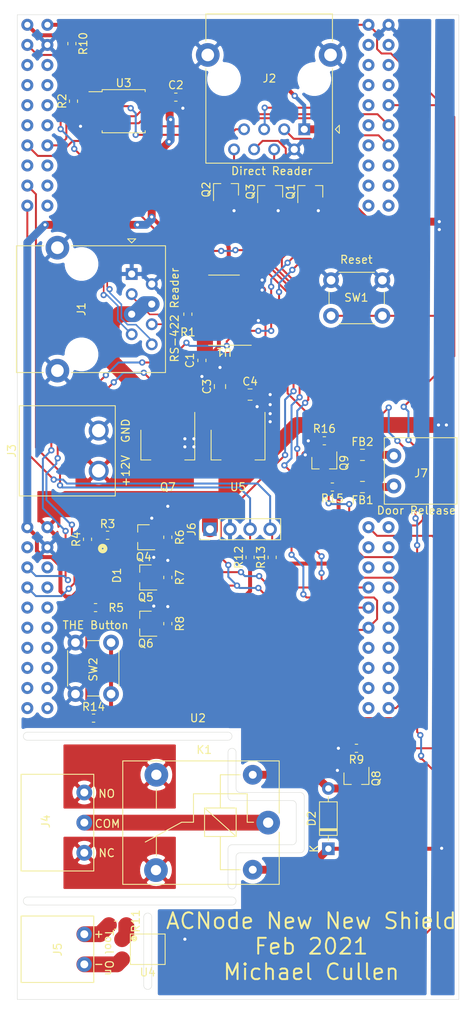
<source format=kicad_pcb>
(kicad_pcb (version 20171130) (host pcbnew 5.1.6-1.fc32)
  (layers (0 F.Cu signal) (31 B.Cu signal) (34 B.Paste user) (35 F.Paste user) (36 B.SilkS user) (37 F.SilkS user) (38 B.Mask user) (39 F.Mask user) (44 Edge.Cuts user))
  (net 0 "")
  (net 1 GND)
  (net 2 +3V3)
  (net 3 +12V)
  (net 4 +5V)
  (net 5 "Net-(D1-Pad2)")
  (net 6 "Net-(D1-Pad4)")
  (net 7 "Net-(D1-Pad3)")
  (net 8 "Net-(D2-Pad2)")
  (net 9 "Net-(FB1-Pad1)")
  (net 10 "Net-(FB2-Pad2)")
  (net 11 "Net-(FB2-Pad1)")
  (net 12 /422_RX+)
  (net 13 /422_TX+)
  (net 14 /422_TX-)
  (net 15 /422_RX-)
  (net 16 /Reader_SerialTx)
  (net 17 /LED_Blue_Cathode)
  (net 18 /LED_Green_Cathode)
  (net 19 /LED_Red_Cathode)
  (net 20 BigButton)
  (net 21 /Reader_SerialRx)
  (net 22 "Net-(J3-Pad2)")
  (net 23 "Net-(J4-Pad3)")
  (net 24 "Net-(J4-Pad2)")
  (net 25 "Net-(J4-Pad1)")
  (net 26 "Net-(J5-Pad2)")
  (net 27 "Net-(J5-Pad1)")
  (net 28 I2C_SDA)
  (net 29 I2C_SCL)
  (net 30 /LED_R_Trigger)
  (net 31 /LED_G_Trigger)
  (net 32 /LED_B_Trigger)
  (net 33 "Net-(Q4-Pad3)")
  (net 34 "Net-(Q5-Pad3)")
  (net 35 "Net-(Q6-Pad3)")
  (net 36 /ToolEnable)
  (net 37 /~DoorRelease)
  (net 38 /SPIFlash_CS)
  (net 39 /~ToolOn)
  (net 40 "Net-(R11-Pad1)")
  (net 41 ~Reset)
  (net 42 /SPI_MISO)
  (net 43 /SPI_MOSI)
  (net 44 /SPI_Clk)
  (module Launchpad:Launchpad (layer F.Cu) (at 146.05 87.63)
    (fp_text reference U2 (at 0 45.72) (layer F.SilkS))
    (fp_text value EK-TM4C1294XL)
    (pad 80 thru_hole circle (at 24.13 44.45) (size 1.524 1.524) (drill 0.762) (layers *.Cu *.Mask) (net 37 /~DoorRelease))
    (pad 79 thru_hole circle (at 21.59 44.45) (size 1.524 1.524) (drill 0.762) (layers *.Cu *.Mask))
    (pad 40 thru_hole circle (at -19.05 44.45) (size 1.524 1.524) (drill 0.762) (layers *.Cu *.Mask))
    (pad 39 thru_hole circle (at -21.59 44.45) (size 1.524 1.524) (drill 0.762) (layers *.Cu *.Mask))
    (pad 78 thru_hole circle (at 24.13 41.91) (size 1.524 1.524) (drill 0.762) (layers *.Cu *.Mask))
    (pad 77 thru_hole circle (at 21.59 41.91) (size 1.524 1.524) (drill 0.762) (layers *.Cu *.Mask))
    (pad 76 thru_hole circle (at 24.13 39.37) (size 1.524 1.524) (drill 0.762) (layers *.Cu *.Mask))
    (pad 75 thru_hole circle (at 21.59 39.37) (size 1.524 1.524) (drill 0.762) (layers *.Cu *.Mask))
    (pad 74 thru_hole circle (at 24.13 36.83) (size 1.524 1.524) (drill 0.762) (layers *.Cu *.Mask))
    (pad 73 thru_hole circle (at 21.59 36.83) (size 1.524 1.524) (drill 0.762) (layers *.Cu *.Mask))
    (pad 72 thru_hole circle (at 24.13 34.29) (size 1.524 1.524) (drill 0.762) (layers *.Cu *.Mask))
    (pad 71 thru_hole circle (at 21.59 34.29) (size 1.524 1.524) (drill 0.762) (layers *.Cu *.Mask) (net 32 /LED_B_Trigger))
    (pad 70 thru_hole circle (at 24.13 31.75) (size 1.524 1.524) (drill 0.762) (layers *.Cu *.Mask))
    (pad 69 thru_hole circle (at 21.59 31.75) (size 1.524 1.524) (drill 0.762) (layers *.Cu *.Mask) (net 31 /LED_G_Trigger))
    (pad 68 thru_hole circle (at 24.13 29.21) (size 1.524 1.524) (drill 0.762) (layers *.Cu *.Mask))
    (pad 67 thru_hole circle (at 21.59 29.21) (size 1.524 1.524) (drill 0.762) (layers *.Cu *.Mask) (net 30 /LED_R_Trigger))
    (pad 66 thru_hole circle (at 24.13 26.67) (size 1.524 1.524) (drill 0.762) (layers *.Cu *.Mask))
    (pad 65 thru_hole circle (at 21.59 26.67) (size 1.524 1.524) (drill 0.762) (layers *.Cu *.Mask))
    (pad 64 thru_hole circle (at 24.13 24.13) (size 1.524 1.524) (drill 0.762) (layers *.Cu *.Mask))
    (pad 63 thru_hole circle (at 21.59 24.13) (size 1.524 1.524) (drill 0.762) (layers *.Cu *.Mask))
    (pad 62 thru_hole circle (at 24.13 21.59) (size 1.524 1.524) (drill 0.762) (layers *.Cu *.Mask))
    (pad 61 thru_hole circle (at 21.59 21.59) (size 1.524 1.524) (drill 0.762) (layers *.Cu *.Mask) (net 36 /ToolEnable))
    (pad 60 thru_hole circle (at 24.13 -19.05) (size 1.524 1.524) (drill 0.762) (layers *.Cu *.Mask))
    (pad 59 thru_hole circle (at 21.59 -19.05) (size 1.524 1.524) (drill 0.762) (layers *.Cu *.Mask))
    (pad 58 thru_hole circle (at 24.13 -21.59) (size 1.524 1.524) (drill 0.762) (layers *.Cu *.Mask))
    (pad 57 thru_hole circle (at 21.59 -21.59) (size 1.524 1.524) (drill 0.762) (layers *.Cu *.Mask))
    (pad 56 thru_hole circle (at 24.13 -24.13) (size 1.524 1.524) (drill 0.762) (layers *.Cu *.Mask))
    (pad 55 thru_hole circle (at 21.59 -24.13) (size 1.524 1.524) (drill 0.762) (layers *.Cu *.Mask))
    (pad 54 thru_hole circle (at 24.13 -26.67) (size 1.524 1.524) (drill 0.762) (layers *.Cu *.Mask) (net 42 /SPI_MISO))
    (pad 53 thru_hole circle (at 21.59 -26.67) (size 1.524 1.524) (drill 0.762) (layers *.Cu *.Mask))
    (pad 52 thru_hole circle (at 24.13 -29.21) (size 1.524 1.524) (drill 0.762) (layers *.Cu *.Mask) (net 43 /SPI_MOSI))
    (pad 51 thru_hole circle (at 21.59 -29.21) (size 1.524 1.524) (drill 0.762) (layers *.Cu *.Mask))
    (pad 50 thru_hole circle (at 24.13 -31.75) (size 1.524 1.524) (drill 0.762) (layers *.Cu *.Mask) (net 41 ~Reset))
    (pad 49 thru_hole circle (at 21.59 -31.75) (size 1.524 1.524) (drill 0.762) (layers *.Cu *.Mask))
    (pad 48 thru_hole circle (at 24.13 -34.29) (size 1.524 1.524) (drill 0.762) (layers *.Cu *.Mask))
    (pad 47 thru_hole circle (at 21.59 -34.29) (size 1.524 1.524) (drill 0.762) (layers *.Cu *.Mask))
    (pad 46 thru_hole circle (at 24.13 -36.83) (size 1.524 1.524) (drill 0.762) (layers *.Cu *.Mask))
    (pad 45 thru_hole circle (at 21.59 -36.83) (size 1.524 1.524) (drill 0.762) (layers *.Cu *.Mask))
    (pad 44 thru_hole circle (at 24.13 -39.37) (size 1.524 1.524) (drill 0.762) (layers *.Cu *.Mask))
    (pad 43 thru_hole circle (at 21.59 -39.37) (size 1.524 1.524) (drill 0.762) (layers *.Cu *.Mask))
    (pad 42 thru_hole circle (at 24.13 -41.91) (size 1.524 1.524) (drill 0.762) (layers *.Cu *.Mask) (net 1 GND))
    (pad 41 thru_hole circle (at 21.59 -41.91) (size 1.524 1.524) (drill 0.762) (layers *.Cu *.Mask) (net 20 BigButton))
    (pad 38 thru_hole circle (at -19.05 41.91) (size 1.524 1.524) (drill 0.762) (layers *.Cu *.Mask))
    (pad 37 thru_hole circle (at -21.59 41.91) (size 1.524 1.524) (drill 0.762) (layers *.Cu *.Mask))
    (pad 36 thru_hole circle (at -19.05 39.37) (size 1.524 1.524) (drill 0.762) (layers *.Cu *.Mask))
    (pad 35 thru_hole circle (at -21.59 39.37) (size 1.524 1.524) (drill 0.762) (layers *.Cu *.Mask))
    (pad 34 thru_hole circle (at -19.05 36.83) (size 1.524 1.524) (drill 0.762) (layers *.Cu *.Mask))
    (pad 33 thru_hole circle (at -21.59 36.83) (size 1.524 1.524) (drill 0.762) (layers *.Cu *.Mask))
    (pad 32 thru_hole circle (at -19.05 34.29) (size 1.524 1.524) (drill 0.762) (layers *.Cu *.Mask))
    (pad 31 thru_hole circle (at -21.59 34.29) (size 1.524 1.524) (drill 0.762) (layers *.Cu *.Mask))
    (pad 30 thru_hole circle (at -19.05 31.75) (size 1.524 1.524) (drill 0.762) (layers *.Cu *.Mask))
    (pad 29 thru_hole circle (at -21.59 31.75) (size 1.524 1.524) (drill 0.762) (layers *.Cu *.Mask))
    (pad 28 thru_hole circle (at -19.05 29.21) (size 1.524 1.524) (drill 0.762) (layers *.Cu *.Mask))
    (pad 27 thru_hole circle (at -21.59 29.21) (size 1.524 1.524) (drill 0.762) (layers *.Cu *.Mask) (net 16 /Reader_SerialTx))
    (pad 26 thru_hole circle (at -19.05 26.67) (size 1.524 1.524) (drill 0.762) (layers *.Cu *.Mask))
    (pad 25 thru_hole circle (at -21.59 26.67) (size 1.524 1.524) (drill 0.762) (layers *.Cu *.Mask) (net 21 /Reader_SerialRx))
    (pad 24 thru_hole circle (at -19.05 24.13) (size 1.524 1.524) (drill 0.762) (layers *.Cu *.Mask) (net 1 GND))
    (pad 23 thru_hole circle (at -21.59 24.13) (size 1.524 1.524) (drill 0.762) (layers *.Cu *.Mask))
    (pad 22 thru_hole circle (at -19.05 21.59) (size 1.524 1.524) (drill 0.762) (layers *.Cu *.Mask) (net 4 +5V))
    (pad 21 thru_hole circle (at -21.59 21.59) (size 1.524 1.524) (drill 0.762) (layers *.Cu *.Mask) (net 2 +3V3))
    (pad 20 thru_hole circle (at -19.05 -19.05) (size 1.524 1.524) (drill 0.762) (layers *.Cu *.Mask))
    (pad 19 thru_hole circle (at -21.59 -19.05) (size 1.524 1.524) (drill 0.762) (layers *.Cu *.Mask) (net 28 I2C_SDA))
    (pad 18 thru_hole circle (at -19.05 -21.59) (size 1.524 1.524) (drill 0.762) (layers *.Cu *.Mask))
    (pad 17 thru_hole circle (at -21.59 -21.59) (size 1.524 1.524) (drill 0.762) (layers *.Cu *.Mask) (net 29 I2C_SCL))
    (pad 16 thru_hole circle (at -19.05 -24.13) (size 1.524 1.524) (drill 0.762) (layers *.Cu *.Mask))
    (pad 15 thru_hole circle (at -21.59 -24.13) (size 1.524 1.524) (drill 0.762) (layers *.Cu *.Mask))
    (pad 14 thru_hole circle (at -19.05 -26.67) (size 1.524 1.524) (drill 0.762) (layers *.Cu *.Mask) (net 38 /SPIFlash_CS))
    (pad 13 thru_hole circle (at -21.59 -26.67) (size 1.524 1.524) (drill 0.762) (layers *.Cu *.Mask) (net 44 /SPI_Clk))
    (pad 12 thru_hole circle (at -19.05 -29.21) (size 1.524 1.524) (drill 0.762) (layers *.Cu *.Mask))
    (pad 11 thru_hole circle (at -21.59 -29.21) (size 1.524 1.524) (drill 0.762) (layers *.Cu *.Mask))
    (pad 10 thru_hole circle (at -19.05 -31.75) (size 1.524 1.524) (drill 0.762) (layers *.Cu *.Mask))
    (pad 9 thru_hole circle (at -21.59 -31.75) (size 1.524 1.524) (drill 0.762) (layers *.Cu *.Mask))
    (pad 8 thru_hole circle (at -19.05 -34.29) (size 1.524 1.524) (drill 0.762) (layers *.Cu *.Mask))
    (pad 7 thru_hole circle (at -21.59 -34.29) (size 1.524 1.524) (drill 0.762) (layers *.Cu *.Mask))
    (pad 6 thru_hole circle (at -19.05 -36.83) (size 1.524 1.524) (drill 0.762) (layers *.Cu *.Mask))
    (pad 5 thru_hole circle (at -21.59 -36.83) (size 1.524 1.524) (drill 0.762) (layers *.Cu *.Mask))
    (pad 4 thru_hole circle (at -19.05 -39.37) (size 1.524 1.524) (drill 0.762) (layers *.Cu *.Mask) (net 1 GND))
    (pad 3 thru_hole circle (at -21.59 -39.37) (size 1.524 1.524) (drill 0.762) (layers *.Cu *.Mask) (net 39 /~ToolOn))
    (pad 2 thru_hole circle (at -19.05 -41.91) (size 1.524 1.524) (drill 0.762) (layers *.Cu *.Mask) (net 4 +5V))
    (pad 1 thru_hole circle (at -21.59 -41.91) (size 1.524 1.524) (drill 0.762) (layers *.Cu *.Mask) (net 2 +3V3))
  )
  (module Relay_THT:Relay_SPDT_SANYOU_SRD_Series_Form_C (layer F.Cu) (at 154.94 146.558 180)
    (fp_text reference K1 (at 8.1 9.2) (layer F.SilkS))
    (fp_text value SANYOU_SRD_Form_C)
    (pad 1 thru_hole circle (at 0 0 270) (size 3 3) (drill 1.3) (layers *.Cu *.Mask) (net 24 "Net-(J4-Pad2)"))
    (pad 5 thru_hole circle (at 1.95 -5.95 270) (size 2.5 2.5) (drill 1) (layers *.Cu *.Mask) (net 4 +5V))
    (pad 4 thru_hole circle (at 14.2 -6 270) (size 3 3) (drill 1.3) (layers *.Cu *.Mask) (net 23 "Net-(J4-Pad3)"))
    (pad 3 thru_hole circle (at 14.15 6.05 270) (size 3 3) (drill 1.3) (layers *.Cu *.Mask) (net 25 "Net-(J4-Pad1)"))
    (pad 2 thru_hole circle (at 1.95 6.05 270) (size 2.5 2.5) (drill 1) (layers *.Cu *.Mask) (net 8 "Net-(D2-Pad2)"))
  )
  (module Package_TO_SOT_SMD:SOT-223-3_TabPin2 (layer F.Cu) (at 151.13 98.806 270)
    (fp_text reference U5 (at 5.334 0 180) (layer F.SilkS))
    (fp_text value AZ1117-5.0)
    (pad 1 smd rect (at -3.15 -2.3 270) (size 2 1.5) (layers F.Cu F.Paste F.Mask) (net 1 GND))
    (pad 3 smd rect (at -3.15 2.3 270) (size 2 1.5) (layers F.Cu F.Paste F.Mask) (net 3 +12V))
    (pad 2 smd rect (at -3.15 0 270) (size 2 1.5) (layers F.Cu F.Paste F.Mask) (net 4 +5V))
    (pad 2 smd rect (at 3.15 0 270) (size 2 3.8) (layers F.Cu F.Paste F.Mask) (net 4 +5V))
  )
  (module ExtraParts:VOM617A-4SOP (layer F.Cu) (at 139.7 162.56 90)
    (fp_text reference U4 (at -2.925 0 unlocked) (layer F.SilkS))
    (fp_text value VOM617A)
    (pad 2 smd rect (at -1.27 -3.25 90) (size 0.8 1) (layers F.Cu F.Paste F.Mask) (net 26 "Net-(J5-Pad2)"))
    (pad 3 smd rect (at -1.27 3.25 90) (size 0.8 1) (layers F.Cu F.Paste F.Mask) (net 39 /~ToolOn))
    (pad 4 smd rect (at 1.27 3.25 90) (size 0.8 1) (layers F.Cu F.Paste F.Mask) (net 1 GND))
    (pad 1 smd rect (at 1.27 -3.25 90) (size 0.8 1) (layers F.Cu F.Paste F.Mask) (net 40 "Net-(R11-Pad1)"))
  )
  (module Package_SO:SOIC-8_5.23x5.23mm_P1.27mm (layer F.Cu) (at 136.652 56.642)
    (fp_text reference U3 (at 0 -3.56) (layer F.SilkS))
    (fp_text value W25Q32JVSS)
    (pad 8 smd roundrect (at 3.6 -1.905) (size 1.6 0.6) (layers F.Cu F.Paste F.Mask) (net 2 +3V3))
    (pad 7 smd roundrect (at 3.6 -0.635) (size 1.6 0.6) (layers F.Cu F.Paste F.Mask) (net 2 +3V3))
    (pad 6 smd roundrect (at 3.6 0.635) (size 1.6 0.6) (layers F.Cu F.Paste F.Mask) (net 44 /SPI_Clk))
    (pad 5 smd roundrect (at 3.6 1.905) (size 1.6 0.6) (layers F.Cu F.Paste F.Mask) (net 43 /SPI_MOSI))
    (pad 4 smd roundrect (at -3.6 1.905) (size 1.6 0.6) (layers F.Cu F.Paste F.Mask) (net 1 GND))
    (pad 3 smd roundrect (at -3.6 0.635) (size 1.6 0.6) (layers F.Cu F.Paste F.Mask) (net 2 +3V3))
    (pad 2 smd roundrect (at -3.6 -0.635) (size 1.6 0.6) (layers F.Cu F.Paste F.Mask) (net 42 /SPI_MISO))
    (pad 1 smd roundrect (at -3.6 -1.905) (size 1.6 0.6) (layers F.Cu F.Paste F.Mask) (net 38 /SPIFlash_CS))
  )
  (module Package_SO:SOIC-14_3.9x8.7mm_P1.27mm (layer F.Cu) (at 149.352 81.788 180)
    (fp_text reference U1 (at 0 -5.28 180 unlocked) (layer F.SilkS))
    (fp_text value ISL3176EIBZ)
    (pad 14 smd roundrect (at 2.475 -3.81 180) (size 1.95 0.6) (layers F.Cu F.Paste F.Mask) (net 2 +3V3))
    (pad 13 smd roundrect (at 2.475 -2.54 180) (size 1.95 0.6) (layers F.Cu F.Paste F.Mask))
    (pad 12 smd roundrect (at 2.475 -1.27 180) (size 1.95 0.6) (layers F.Cu F.Paste F.Mask) (net 12 /422_RX+))
    (pad 11 smd roundrect (at 2.475 0 180) (size 1.95 0.6) (layers F.Cu F.Paste F.Mask) (net 15 /422_RX-))
    (pad 10 smd roundrect (at 2.475 1.27 180) (size 1.95 0.6) (layers F.Cu F.Paste F.Mask) (net 14 /422_TX-))
    (pad 9 smd roundrect (at 2.475 2.54 180) (size 1.95 0.6) (layers F.Cu F.Paste F.Mask) (net 13 /422_TX+))
    (pad 8 smd roundrect (at 2.475 3.81 180) (size 1.95 0.6) (layers F.Cu F.Paste F.Mask))
    (pad 7 smd roundrect (at -2.475 3.81 180) (size 1.95 0.6) (layers F.Cu F.Paste F.Mask) (net 1 GND))
    (pad 6 smd roundrect (at -2.475 2.54 180) (size 1.95 0.6) (layers F.Cu F.Paste F.Mask) (net 1 GND))
    (pad 5 smd roundrect (at -2.475 1.27 180) (size 1.95 0.6) (layers F.Cu F.Paste F.Mask) (net 16 /Reader_SerialTx))
    (pad 4 smd roundrect (at -2.475 0 180) (size 1.95 0.6) (layers F.Cu F.Paste F.Mask) (net 2 +3V3))
    (pad 3 smd roundrect (at -2.475 -1.27 180) (size 1.95 0.6) (layers F.Cu F.Paste F.Mask) (net 1 GND))
    (pad 2 smd roundrect (at -2.475 -2.54 180) (size 1.95 0.6) (layers F.Cu F.Paste F.Mask) (net 21 /Reader_SerialRx))
    (pad 1 smd roundrect (at -2.475 -3.81 180) (size 1.95 0.6) (layers F.Cu F.Paste F.Mask))
  )
  (module Button_Switch_THT:SW_PUSH_6mm (layer F.Cu) (at 130.556 130.302 90)
    (fp_text reference SW2 (at 3.102 2.244 90) (layer F.SilkS))
    (fp_text value SW_Push)
    (pad 1 thru_hole circle (at 6.5 0 180) (size 2 2) (drill 1.1) (layers *.Cu *.Mask) (net 1 GND))
    (pad 2 thru_hole circle (at 6.5 4.5 180) (size 2 2) (drill 1.1) (layers *.Cu *.Mask) (net 20 BigButton))
    (pad 1 thru_hole circle (at 0 0 180) (size 2 2) (drill 1.1) (layers *.Cu *.Mask) (net 1 GND))
    (pad 2 thru_hole circle (at 0 4.5 180) (size 2 2) (drill 1.1) (layers *.Cu *.Mask) (net 20 BigButton))
  )
  (module Button_Switch_THT:SW_PUSH_6mm (layer F.Cu) (at 162.9 78)
    (fp_text reference SW1 (at 3.2 2.2) (layer F.SilkS))
    (fp_text value SW_Push)
    (pad 1 thru_hole circle (at 6.5 0 90) (size 2 2) (drill 1.1) (layers *.Cu *.Mask) (net 1 GND))
    (pad 2 thru_hole circle (at 6.5 4.5 90) (size 2 2) (drill 1.1) (layers *.Cu *.Mask) (net 41 ~Reset))
    (pad 1 thru_hole circle (at 0 0 90) (size 2 2) (drill 1.1) (layers *.Cu *.Mask) (net 1 GND))
    (pad 2 thru_hole circle (at 0 4.5 90) (size 2 2) (drill 1.1) (layers *.Cu *.Mask) (net 41 ~Reset))
  )
  (module Resistor_SMD:R_0603_1608Metric (layer F.Cu) (at 162.052 98.298 180)
    (fp_text reference R16 (at 0 1.524) (layer F.SilkS))
    (fp_text value 10K)
    (pad 2 smd roundrect (at 0.7875 0 180) (size 0.875 0.95) (layers F.Cu F.Paste F.Mask) (net 1 GND))
    (pad 1 smd roundrect (at -0.7875 0 180) (size 0.875 0.95) (layers F.Cu F.Paste F.Mask) (net 11 "Net-(FB2-Pad1)"))
  )
  (module Resistor_SMD:R_0603_1608Metric (layer F.Cu) (at 163.068 104.14 180)
    (fp_text reference R15 (at 0 -1.43) (layer F.SilkS))
    (fp_text value 10K)
    (pad 2 smd roundrect (at 0.7875 0 180) (size 0.875 0.95) (layers F.Cu F.Paste F.Mask) (net 37 /~DoorRelease))
    (pad 1 smd roundrect (at -0.7875 0 180) (size 0.875 0.95) (layers F.Cu F.Paste F.Mask) (net 2 +3V3))
  )
  (module Resistor_SMD:R_0603_1608Metric (layer F.Cu) (at 132.842 133.35)
    (fp_text reference R14 (at 0 -1.43) (layer F.SilkS))
    (fp_text value 10K)
    (pad 2 smd roundrect (at 0.7875 0) (size 0.875 0.95) (layers F.Cu F.Paste F.Mask) (net 20 BigButton))
    (pad 1 smd roundrect (at -0.7875 0) (size 0.875 0.95) (layers F.Cu F.Paste F.Mask) (net 2 +3V3))
  )
  (module Resistor_SMD:R_0603_1608Metric (layer F.Cu) (at 155.448 113.03 90)
    (fp_text reference R13 (at 0 -1.43 90) (layer F.SilkS))
    (fp_text value 10K)
    (pad 2 smd roundrect (at 0.7875 0 90) (size 0.875 0.95) (layers F.Cu F.Paste F.Mask) (net 28 I2C_SDA))
    (pad 1 smd roundrect (at -0.7875 0 90) (size 0.875 0.95) (layers F.Cu F.Paste F.Mask) (net 2 +3V3))
  )
  (module Resistor_SMD:R_0603_1608Metric (layer F.Cu) (at 152.654 113.03 90)
    (fp_text reference R12 (at 0 -1.43 90) (layer F.SilkS))
    (fp_text value 10K)
    (pad 2 smd roundrect (at 0.7875 0 90) (size 0.875 0.95) (layers F.Cu F.Paste F.Mask) (net 29 I2C_SCL))
    (pad 1 smd roundrect (at -0.7875 0 90) (size 0.875 0.95) (layers F.Cu F.Paste F.Mask) (net 2 +3V3))
  )
  (module Resistor_SMD:R_0603_1608Metric (layer F.Cu) (at 135.636 159.512 180)
    (fp_text reference R11 (at -2.54 0.508 90) (layer F.SilkS))
    (fp_text value 470R)
    (pad 2 smd roundrect (at 0.7875 0 180) (size 0.875 0.95) (layers F.Cu F.Paste F.Mask) (net 27 "Net-(J5-Pad1)"))
    (pad 1 smd roundrect (at -0.7875 0 180) (size 0.875 0.95) (layers F.Cu F.Paste F.Mask) (net 40 "Net-(R11-Pad1)"))
  )
  (module Resistor_SMD:R_0603_1608Metric (layer F.Cu) (at 130.1 48.1 270)
    (fp_text reference R10 (at 0 -1.43 90) (layer F.SilkS))
    (fp_text value 10K)
    (pad 2 smd roundrect (at 0.7875 0 270) (size 0.875 0.95) (layers F.Cu F.Paste F.Mask) (net 39 /~ToolOn))
    (pad 1 smd roundrect (at -0.7875 0 270) (size 0.875 0.95) (layers F.Cu F.Paste F.Mask) (net 2 +3V3))
  )
  (module Resistor_SMD:R_0603_1608Metric (layer F.Cu) (at 166.116 137.16 180)
    (fp_text reference R9 (at 0 -1.43) (layer F.SilkS))
    (fp_text value 10K)
    (pad 2 smd roundrect (at 0.7875 0 180) (size 0.875 0.95) (layers F.Cu F.Paste F.Mask) (net 1 GND))
    (pad 1 smd roundrect (at -0.7875 0 180) (size 0.875 0.95) (layers F.Cu F.Paste F.Mask) (net 36 /ToolEnable))
  )
  (module Resistor_SMD:R_0603_1608Metric (layer F.Cu) (at 142.24 121.412 90)
    (fp_text reference R8 (at 0 1.524 90) (layer F.SilkS))
    (fp_text value 2K2)
    (pad 2 smd roundrect (at 0.7875 0 90) (size 0.875 0.95) (layers F.Cu F.Paste F.Mask) (net 1 GND))
    (pad 1 smd roundrect (at -0.7875 0 90) (size 0.875 0.95) (layers F.Cu F.Paste F.Mask) (net 32 /LED_B_Trigger))
  )
  (module Resistor_SMD:R_0603_1608Metric (layer F.Cu) (at 142.24 115.57 90)
    (fp_text reference R7 (at 0 1.524 90) (layer F.SilkS))
    (fp_text value 2K2)
    (pad 2 smd roundrect (at 0.7875 0 90) (size 0.875 0.95) (layers F.Cu F.Paste F.Mask) (net 1 GND))
    (pad 1 smd roundrect (at -0.7875 0 90) (size 0.875 0.95) (layers F.Cu F.Paste F.Mask) (net 31 /LED_G_Trigger))
  )
  (module Resistor_SMD:R_0603_1608Metric (layer F.Cu) (at 142.24 110.49 90)
    (fp_text reference R6 (at 0 1.524 90) (layer F.SilkS))
    (fp_text value 2K2)
    (pad 2 smd roundrect (at 0.7875 0 90) (size 0.875 0.95) (layers F.Cu F.Paste F.Mask) (net 1 GND))
    (pad 1 smd roundrect (at -0.7875 0 90) (size 0.875 0.95) (layers F.Cu F.Paste F.Mask) (net 30 /LED_R_Trigger))
  )
  (module Resistor_SMD:R_0603_1608Metric (layer F.Cu) (at 133.096 119.38)
    (fp_text reference R5 (at 2.604 0.02) (layer F.SilkS))
    (fp_text value 27R)
    (pad 2 smd roundrect (at 0.7875 0) (size 0.875 0.95) (layers F.Cu F.Paste F.Mask) (net 35 "Net-(Q6-Pad3)"))
    (pad 1 smd roundrect (at -0.7875 0) (size 0.875 0.95) (layers F.Cu F.Paste F.Mask) (net 5 "Net-(D1-Pad2)"))
  )
  (module Resistor_SMD:R_0603_1608Metric (layer F.Cu) (at 132.08 110.744 90)
    (fp_text reference R4 (at 0 -1.43 90) (layer F.SilkS))
    (fp_text value 27R)
    (pad 2 smd roundrect (at 0.7875 0 90) (size 0.875 0.95) (layers F.Cu F.Paste F.Mask) (net 34 "Net-(Q5-Pad3)"))
    (pad 1 smd roundrect (at -0.7875 0 90) (size 0.875 0.95) (layers F.Cu F.Paste F.Mask) (net 6 "Net-(D1-Pad4)"))
  )
  (module Resistor_SMD:R_0603_1608Metric (layer F.Cu) (at 134.62 110.236)
    (fp_text reference R3 (at 0 -1.43) (layer F.SilkS))
    (fp_text value 270R)
    (pad 2 smd roundrect (at 0.7875 0) (size 0.875 0.95) (layers F.Cu F.Paste F.Mask) (net 33 "Net-(Q4-Pad3)"))
    (pad 1 smd roundrect (at -0.7875 0) (size 0.875 0.95) (layers F.Cu F.Paste F.Mask) (net 7 "Net-(D1-Pad3)"))
  )
  (module Resistor_SMD:R_0603_1608Metric (layer F.Cu) (at 130.302 55.372 90)
    (fp_text reference R2 (at 0 -1.43 90) (layer F.SilkS))
    (fp_text value 10k)
    (pad 2 smd roundrect (at 0.7875 0 90) (size 0.875 0.95) (layers F.Cu F.Paste F.Mask) (net 38 /SPIFlash_CS))
    (pad 1 smd roundrect (at -0.7875 0 90) (size 0.875 0.95) (layers F.Cu F.Paste F.Mask) (net 2 +3V3))
  )
  (module Resistor_SMD:R_0603_1608Metric (layer F.Cu) (at 144.78 82.296 270)
    (fp_text reference R1 (at 2.286 0 180) (layer F.SilkS))
    (fp_text value 100R)
    (pad 2 smd roundrect (at 0.7875 0 270) (size 0.875 0.95) (layers F.Cu F.Paste F.Mask) (net 12 /422_RX+))
    (pad 1 smd roundrect (at -0.7875 0 270) (size 0.875 0.95) (layers F.Cu F.Paste F.Mask) (net 15 /422_RX-))
  )
  (module Package_TO_SOT_SMD:SOT-23 (layer F.Cu) (at 162.052 101.092 270)
    (fp_text reference Q9 (at 0 -2.5 90) (layer F.SilkS))
    (fp_text value 2N7002)
    (pad 3 smd rect (at 1 0 270) (size 0.9 0.8) (layers F.Cu F.Paste F.Mask) (net 37 /~DoorRelease))
    (pad 2 smd rect (at -1 0.95 270) (size 0.9 0.8) (layers F.Cu F.Paste F.Mask) (net 1 GND))
    (pad 1 smd rect (at -1 -0.95 270) (size 0.9 0.8) (layers F.Cu F.Paste F.Mask) (net 11 "Net-(FB2-Pad1)"))
  )
  (module Package_TO_SOT_SMD:SOT-23 (layer F.Cu) (at 166.116 140.97 270)
    (fp_text reference Q8 (at 0 -2.5 90) (layer F.SilkS))
    (fp_text value 2N7002)
    (pad 3 smd rect (at 1 0 270) (size 0.9 0.8) (layers F.Cu F.Paste F.Mask) (net 8 "Net-(D2-Pad2)"))
    (pad 2 smd rect (at -1 0.95 270) (size 0.9 0.8) (layers F.Cu F.Paste F.Mask) (net 1 GND))
    (pad 1 smd rect (at -1 -0.95 270) (size 0.9 0.8) (layers F.Cu F.Paste F.Mask) (net 36 /ToolEnable))
  )
  (module Package_TO_SOT_SMD:SOT-223 (layer F.Cu) (at 142.24 98.806 270)
    (fp_text reference Q7 (at 5.334 0 180) (layer F.SilkS))
    (fp_text value DMP6023LE)
    (pad 1 smd rect (at -3.15 -2.3 270) (size 2 1.5) (layers F.Cu F.Paste F.Mask) (net 1 GND))
    (pad 3 smd rect (at -3.15 2.3 270) (size 2 1.5) (layers F.Cu F.Paste F.Mask) (net 3 +12V))
    (pad 2 smd rect (at -3.15 0 270) (size 2 1.5) (layers F.Cu F.Paste F.Mask) (net 22 "Net-(J3-Pad2)"))
    (pad 4 smd rect (at 3.15 0 270) (size 2 3.8) (layers F.Cu F.Paste F.Mask) (net 22 "Net-(J3-Pad2)"))
  )
  (module Package_TO_SOT_SMD:SOT-23 (layer F.Cu) (at 139.446 121.412 180)
    (fp_text reference Q6 (at 0 -2.5) (layer F.SilkS))
    (fp_text value 2N7002)
    (pad 3 smd rect (at 1 0 180) (size 0.9 0.8) (layers F.Cu F.Paste F.Mask) (net 35 "Net-(Q6-Pad3)"))
    (pad 2 smd rect (at -1 0.95 180) (size 0.9 0.8) (layers F.Cu F.Paste F.Mask) (net 1 GND))
    (pad 1 smd rect (at -1 -0.95 180) (size 0.9 0.8) (layers F.Cu F.Paste F.Mask) (net 32 /LED_B_Trigger))
  )
  (module Package_TO_SOT_SMD:SOT-23 (layer F.Cu) (at 139.446 115.57 180)
    (fp_text reference Q5 (at 0 -2.5) (layer F.SilkS))
    (fp_text value 2N7002)
    (pad 3 smd rect (at 1 0 180) (size 0.9 0.8) (layers F.Cu F.Paste F.Mask) (net 34 "Net-(Q5-Pad3)"))
    (pad 2 smd rect (at -1 0.95 180) (size 0.9 0.8) (layers F.Cu F.Paste F.Mask) (net 1 GND))
    (pad 1 smd rect (at -1 -0.95 180) (size 0.9 0.8) (layers F.Cu F.Paste F.Mask) (net 31 /LED_G_Trigger))
  )
  (module Package_TO_SOT_SMD:SOT-23 (layer F.Cu) (at 139.192 110.49 180)
    (fp_text reference Q4 (at 0 -2.5) (layer F.SilkS))
    (fp_text value 2N7002)
    (pad 3 smd rect (at 1 0 180) (size 0.9 0.8) (layers F.Cu F.Paste F.Mask) (net 33 "Net-(Q4-Pad3)"))
    (pad 2 smd rect (at -1 0.95 180) (size 0.9 0.8) (layers F.Cu F.Paste F.Mask) (net 1 GND))
    (pad 1 smd rect (at -1 -0.95 180) (size 0.9 0.8) (layers F.Cu F.Paste F.Mask) (net 30 /LED_R_Trigger))
  )
  (module Package_TO_SOT_SMD:SOT-23 (layer F.Cu) (at 155.194 66.802 90)
    (fp_text reference Q3 (at 0 -2.5 90) (layer F.SilkS))
    (fp_text value 2N7002)
    (pad 3 smd rect (at 1 0 90) (size 0.9 0.8) (layers F.Cu F.Paste F.Mask) (net 17 /LED_Blue_Cathode))
    (pad 2 smd rect (at -1 0.95 90) (size 0.9 0.8) (layers F.Cu F.Paste F.Mask) (net 1 GND))
    (pad 1 smd rect (at -1 -0.95 90) (size 0.9 0.8) (layers F.Cu F.Paste F.Mask) (net 32 /LED_B_Trigger))
  )
  (module Package_TO_SOT_SMD:SOT-23 (layer F.Cu) (at 149.606 66.548 90)
    (fp_text reference Q2 (at 0 -2.5 90) (layer F.SilkS))
    (fp_text value 2N7002)
    (pad 3 smd rect (at 1 0 90) (size 0.9 0.8) (layers F.Cu F.Paste F.Mask) (net 18 /LED_Green_Cathode))
    (pad 2 smd rect (at -1 0.95 90) (size 0.9 0.8) (layers F.Cu F.Paste F.Mask) (net 1 GND))
    (pad 1 smd rect (at -1 -0.95 90) (size 0.9 0.8) (layers F.Cu F.Paste F.Mask) (net 31 /LED_G_Trigger))
  )
  (module Package_TO_SOT_SMD:SOT-23 (layer F.Cu) (at 160.274 66.802 90)
    (fp_text reference Q1 (at 0 -2.5 90) (layer F.SilkS))
    (fp_text value 2N7002)
    (pad 3 smd rect (at 1 0 90) (size 0.9 0.8) (layers F.Cu F.Paste F.Mask) (net 19 /LED_Red_Cathode))
    (pad 2 smd rect (at -1 0.95 90) (size 0.9 0.8) (layers F.Cu F.Paste F.Mask) (net 1 GND))
    (pad 1 smd rect (at -1 -0.95 90) (size 0.9 0.8) (layers F.Cu F.Paste F.Mask) (net 30 /LED_R_Trigger))
  )
  (module ExtraParts:Connector-3.81mm-2pin (layer F.Cu) (at 174.244 102.108 90)
    (fp_text reference J7 (at -0.292 0.056 180) (layer F.SilkS))
    (fp_text value Conn_01x02)
    (pad 2 thru_hole circle (at 1.91 -3.4 90) (size 1.9 1.9) (drill 1) (layers *.Cu *.Mask) (net 10 "Net-(FB2-Pad2)"))
    (pad 1 thru_hole circle (at -1.9 -3.4 90) (size 1.9 1.9) (drill 1) (layers *.Cu *.Mask) (net 9 "Net-(FB1-Pad1)"))
  )
  (module Connector_PinHeader_2.54mm:PinHeader_1x04_P2.54mm_Vertical (layer F.Cu) (at 147.574 109.474 90)
    (fp_text reference J6 (at 0 -2.33 90) (layer F.SilkS))
    (fp_text value Conn_01x04_Female)
    (pad 4 thru_hole oval (at 0 7.62 90) (size 1.7 1.7) (drill 1) (layers *.Cu *.Mask) (net 28 I2C_SDA))
    (pad 3 thru_hole oval (at 0 5.08 90) (size 1.7 1.7) (drill 1) (layers *.Cu *.Mask) (net 29 I2C_SCL))
    (pad 2 thru_hole oval (at 0 2.54 90) (size 1.7 1.7) (drill 1) (layers *.Cu *.Mask) (net 1 GND))
    (pad 1 thru_hole rect (at 0 0 90) (size 1.7 1.7) (drill 1) (layers *.Cu *.Mask) (net 4 +5V))
  )
  (module ExtraParts:Connector-3.81mm-2pin (layer F.Cu) (at 128.27 162.56 270)
    (fp_text reference J5 (at 0.04 -0.03 90) (layer F.SilkS))
    (fp_text value Conn_01x02)
    (pad 2 thru_hole circle (at 1.91 -3.4 270) (size 1.9 1.9) (drill 1) (layers *.Cu *.Mask) (net 26 "Net-(J5-Pad2)"))
    (pad 1 thru_hole circle (at -1.9 -3.4 270) (size 1.9 1.9) (drill 1) (layers *.Cu *.Mask) (net 27 "Net-(J5-Pad1)"))
  )
  (module ExtraParts:Connector-3.81mm-3pin (layer F.Cu) (at 128.27 146.558 270)
    (fp_text reference J4 (at -0.158 1.47 90) (layer F.SilkS))
    (fp_text value Conn_01x03)
    (pad 3 thru_hole circle (at 3.81 -3.4 270) (size 2 2) (drill 1) (layers *.Cu *.Mask) (net 23 "Net-(J4-Pad3)"))
    (pad 2 thru_hole circle (at 0 -3.4 270) (size 2 2) (drill 1) (layers *.Cu *.Mask) (net 24 "Net-(J4-Pad2)"))
    (pad 1 thru_hole circle (at -3.81 -3.4 270) (size 2 2) (drill 1) (layers *.Cu *.Mask) (net 25 "Net-(J4-Pad1)"))
  )
  (module ExtraParts:Connector-5.08mm (layer F.Cu) (at 129.54 99.568 270)
    (fp_text reference J3 (at 0 7.05 90) (layer F.SilkS))
    (fp_text value Conn_01x02)
    (pad 2 thru_hole circle (at 2.52 -3.95 270) (size 2.54 2.54) (drill 1.7) (layers *.Cu *.Mask) (net 22 "Net-(J3-Pad2)"))
    (pad 1 thru_hole circle (at -2.56 -3.95 270) (size 2.54 2.54) (drill 1.7) (layers *.Cu *.Mask) (net 1 GND))
  )
  (module Connector_RJ:RJ45_Ninigi_GE (layer F.Cu) (at 159.512 58.928 180)
    (fp_text reference J2 (at 4.412 6.428) (layer F.SilkS))
    (fp_text value 8P8C_Shielded)
    (pad 6 thru_hole circle (at 6.35 -2.54) (size 1.5 1.5) (drill 0.9) (layers *.Cu *.Mask) (net 16 /Reader_SerialTx))
    (pad 8 thru_hole circle (at 8.89 -2.54) (size 1.5 1.5) (drill 0.9) (layers *.Cu *.Mask) (net 17 /LED_Blue_Cathode))
    (pad SH thru_hole circle (at -3.325 9.4 180) (size 3 3) (drill 1.6) (layers *.Cu *.Mask) (net 1 GND))
    (pad 2 thru_hole circle (at 1.27 -2.54) (size 1.5 1.5) (drill 0.9) (layers *.Cu *.Mask) (net 1 GND))
    (pad 1 thru_hole rect (at 0 0) (size 1.5 1.5) (drill 0.9) (layers *.Cu *.Mask) (net 4 +5V))
    (pad 7 thru_hole circle (at 7.62 0) (size 1.5 1.5) (drill 0.9) (layers *.Cu *.Mask) (net 18 /LED_Green_Cathode))
    (pad 4 thru_hole circle (at 3.81 -2.54) (size 1.5 1.5) (drill 0.9) (layers *.Cu *.Mask) (net 19 /LED_Red_Cathode))
    (pad 5 thru_hole circle (at 5.08 0) (size 1.5 1.5) (drill 0.9) (layers *.Cu *.Mask) (net 20 BigButton))
    (pad 3 thru_hole circle (at 2.54 0) (size 1.5 1.5) (drill 0.9) (layers *.Cu *.Mask) (net 21 /Reader_SerialRx))
    (pad "" np_thru_hole circle (at -1.27 6.35 180) (size 3.25 3.25) (drill 3.25) (layers *.Cu *.Mask))
    (pad SH thru_hole circle (at 12.215 9.4) (size 3 3) (drill 1.6) (layers *.Cu *.Mask) (net 1 GND))
    (pad "" np_thru_hole circle (at 10.16 6.35) (size 3.25 3.25) (drill 3.25) (layers *.Cu *.Mask))
  )
  (module Connector_RJ:RJ45_Ninigi_GE (layer F.Cu) (at 137.668 77.216 270)
    (fp_text reference J1 (at 4.445 6.368 90) (layer F.SilkS))
    (fp_text value 8P8C_Shielded)
    (pad 6 thru_hole circle (at 6.35 -2.54 90) (size 1.5 1.5) (drill 0.9) (layers *.Cu *.Mask) (net 12 /422_RX+))
    (pad 8 thru_hole circle (at 8.89 -2.54 90) (size 1.5 1.5) (drill 0.9) (layers *.Cu *.Mask) (net 13 /422_TX+))
    (pad SH thru_hole circle (at -3.325 9.4 270) (size 3 3) (drill 1.6) (layers *.Cu *.Mask) (net 1 GND))
    (pad 2 thru_hole circle (at 1.27 -2.54 90) (size 1.5 1.5) (drill 0.9) (layers *.Cu *.Mask) (net 1 GND))
    (pad 1 thru_hole rect (at 0 0 90) (size 1.5 1.5) (drill 0.9) (layers *.Cu *.Mask) (net 1 GND))
    (pad 7 thru_hole circle (at 7.62 0 90) (size 1.5 1.5) (drill 0.9) (layers *.Cu *.Mask) (net 14 /422_TX-))
    (pad 4 thru_hole circle (at 3.81 -2.54 90) (size 1.5 1.5) (drill 0.9) (layers *.Cu *.Mask) (net 3 +12V))
    (pad 5 thru_hole circle (at 5.08 0 90) (size 1.5 1.5) (drill 0.9) (layers *.Cu *.Mask) (net 3 +12V))
    (pad 3 thru_hole circle (at 2.54 0 90) (size 1.5 1.5) (drill 0.9) (layers *.Cu *.Mask) (net 15 /422_RX-))
    (pad "" np_thru_hole circle (at -1.27 6.35 270) (size 3.25 3.25) (drill 3.25) (layers *.Cu *.Mask))
    (pad SH thru_hole circle (at 12.215 9.4 90) (size 3 3) (drill 1.6) (layers *.Cu *.Mask) (net 1 GND))
    (pad "" np_thru_hole circle (at 10.16 6.35 90) (size 3.25 3.25) (drill 3.25) (layers *.Cu *.Mask))
  )
  (module Capacitor_SMD:C_0805_2012Metric (layer F.Cu) (at 166.878 100.076)
    (fp_text reference FB2 (at 0 -1.65) (layer F.SilkS))
    (fp_text value Ferrite_Bead_Small)
    (pad 2 smd roundrect (at 0.9375 0) (size 0.975 1.4) (layers F.Cu F.Paste F.Mask) (net 10 "Net-(FB2-Pad2)"))
    (pad 1 smd roundrect (at -0.9375 0) (size 0.975 1.4) (layers F.Cu F.Paste F.Mask) (net 11 "Net-(FB2-Pad1)"))
  )
  (module Capacitor_SMD:C_0805_2012Metric (layer F.Cu) (at 166.878 104.14 180)
    (fp_text reference FB1 (at 0 -1.65) (layer F.SilkS))
    (fp_text value Ferrite_Bead_Small)
    (pad 2 smd roundrect (at 0.9375 0 180) (size 0.975 1.4) (layers F.Cu F.Paste F.Mask) (net 2 +3V3))
    (pad 1 smd roundrect (at -0.9375 0 180) (size 0.975 1.4) (layers F.Cu F.Paste F.Mask) (net 9 "Net-(FB1-Pad1)"))
  )
  (module Diode_THT:D_DO-35_SOD27_P7.62mm_Horizontal (layer F.Cu) (at 162.56 149.86 90)
    (fp_text reference D2 (at 3.81 -2.12 90) (layer F.SilkS))
    (fp_text value 1N4148)
    (fp_text user K (at 0 -1.8 90) (layer F.SilkS))
    (pad 2 thru_hole oval (at 7.62 0 90) (size 1.6 1.6) (drill 0.8) (layers *.Cu *.Mask) (net 8 "Net-(D2-Pad2)"))
    (pad 1 thru_hole rect (at 0 0 90) (size 1.6 1.6) (drill 0.8) (layers *.Cu *.Mask) (net 4 +5V))
  )
  (module ExtraParts:Wurth_3528_LED (layer F.Cu) (at 133.096 115.316)
    (fp_text reference D1 (at 2.7 0 90) (layer F.SilkS))
    (fp_text value LED_ABRG)
    (pad 2 smd rect (at -0.7 1.55) (size 0.9 1.5) (layers F.Cu F.Paste F.Mask) (net 5 "Net-(D1-Pad2)"))
    (pad 1 smd rect (at 0.7 1.55) (size 0.9 1.5) (layers F.Cu F.Paste F.Mask) (net 2 +3V3))
    (pad 4 smd rect (at -0.7 -1.55) (size 0.9 1.5) (layers F.Cu F.Paste F.Mask) (net 6 "Net-(D1-Pad4)"))
    (pad 3 smd rect (at 0.7 -1.55) (size 0.9 1.5) (layers F.Cu F.Paste F.Mask) (net 7 "Net-(D1-Pad3)"))
  )
  (module Capacitor_SMD:C_0805_2012Metric (layer F.Cu) (at 152.654 92.456)
    (fp_text reference C4 (at 0 -1.65) (layer F.SilkS))
    (fp_text value 4.7uF)
    (pad 2 smd roundrect (at 0.9375 0) (size 0.975 1.4) (layers F.Cu F.Paste F.Mask) (net 1 GND))
    (pad 1 smd roundrect (at -0.9375 0) (size 0.975 1.4) (layers F.Cu F.Paste F.Mask) (net 4 +5V))
  )
  (module Capacitor_SMD:C_0805_2012Metric (layer F.Cu) (at 148.844 91.44 90)
    (fp_text reference C3 (at 0 -1.65 90) (layer F.SilkS))
    (fp_text value 4.7uF)
    (pad 2 smd roundrect (at 0.9375 0 90) (size 0.975 1.4) (layers F.Cu F.Paste F.Mask) (net 1 GND))
    (pad 1 smd roundrect (at -0.9375 0 90) (size 0.975 1.4) (layers F.Cu F.Paste F.Mask) (net 3 +12V))
  )
  (module Capacitor_SMD:C_0603_1608Metric (layer F.Cu) (at 143.256 54.864 180)
    (fp_text reference C2 (at 0 1.524) (layer F.SilkS))
    (fp_text value 100nF)
    (pad 2 smd roundrect (at 0.7875 0 180) (size 0.875 0.95) (layers F.Cu F.Paste F.Mask) (net 2 +3V3))
    (pad 1 smd roundrect (at -0.7875 0 180) (size 0.875 0.95) (layers F.Cu F.Paste F.Mask) (net 1 GND))
  )
  (module Capacitor_SMD:C_0603_1608Metric (layer F.Cu) (at 146.558 88.138 270)
    (fp_text reference C1 (at 0 1.524 90) (layer F.SilkS))
    (fp_text value 100nF)
    (pad 2 smd roundrect (at 0.7875 0 270) (size 0.875 0.95) (layers F.Cu F.Paste F.Mask) (net 1 GND))
    (pad 1 smd roundrect (at -0.7875 0 270) (size 0.875 0.95) (layers F.Cu F.Paste F.Mask) (net 2 +3V3))
  )
  (gr_text "ACNode New New Shield\nFeb 2021\nMichael Cullen" (at 160.4 162.2) (layer F.SilkS) (effects (font (size 2 2) (thickness 0.25))))
  (gr_text "Door Release" (at 173.7 107.1) (layer F.SilkS) (effects (font (size 1 1))))
  (gr_text "RS-422 Reader" (at 143.1 82.4 90) (layer F.SilkS) (effects (font (size 1 1))))
  (gr_text "Direct Reader" (at 155.4 64.2) (layer F.SilkS) (effects (font (size 1 1))))
  (gr_text Reset (at 166.1 75.4) (layer F.SilkS) (effects (font (size 1 1))))
  (gr_text "THE Button" (at 133.1 121.6) (layer F.SilkS) (effects (font (size 1 1))))
  (gr_text "Tool On" (at 134.8 163 270) (layer F.SilkS) (effects (font (size 1 1))))
  (gr_text - (at 133.5 164.4) (layer F.SilkS) (effects (font (size 1 1))))
  (gr_text + (at 133.5 160.6) (layer F.SilkS) (effects (font (size 1 1))))
  (gr_text "NC\n" (at 134.5 150.4) (layer F.SilkS) (effects (font (size 1 1))))
  (gr_text COM (at 134.6 146.7) (layer F.SilkS) (effects (font (size 1 1))))
  (gr_text NO (at 134.5 142.9) (layer F.SilkS) (effects (font (size 1 1))))
  (gr_text +12V (at 136.906 102.108 90) (layer F.SilkS) (effects (font (size 1 1))))
  (gr_text GND (at 136.906 97.028 90) (layer F.SilkS) (effects (font (size 1 1))))
  (gr_line (start 149.86 137.668) (end 149.86 143.256) (layer Edge.Cuts) (width 0.05))
  (gr_line (start 150.876 142.24) (end 150.876 137.668) (layer Edge.Cuts) (width 0.05))
  (gr_arc (start 150.368 137.668) (end 150.876 137.668) (angle -180) (layer Edge.Cuts) (width 0.05))
  (gr_line (start 124.46 136.144) (end 149.86 136.144) (layer Edge.Cuts) (width 0.05))
  (gr_line (start 149.86 135.128) (end 124.46 135.128) (layer Edge.Cuts) (width 0.05))
  (gr_arc (start 124.46 135.636) (end 124.46 135.128) (angle -180) (layer Edge.Cuts) (width 0.05))
  (gr_arc (start 149.86 135.636) (end 149.86 136.144) (angle -180) (layer Edge.Cuts) (width 0.05))
  (gr_line (start 124.46 156.972) (end 150.368 156.972) (layer Edge.Cuts) (width 0.05))
  (gr_line (start 150.368 155.956) (end 124.46 155.956) (layer Edge.Cuts) (width 0.05))
  (gr_arc (start 150.368 156.464) (end 150.368 156.972) (angle -180) (layer Edge.Cuts) (width 0.05))
  (gr_line (start 159.004 142.748) (end 151.384 142.748) (layer Edge.Cuts) (width 0.05))
  (gr_arc (start 151.384 142.24) (end 150.876 142.24) (angle -90) (layer Edge.Cuts) (width 0.05))
  (gr_line (start 159.512 149.86) (end 159.512 143.256) (layer Edge.Cuts) (width 0.05))
  (gr_arc (start 159.004 143.256) (end 159.512 143.256) (angle -90) (layer Edge.Cuts) (width 0.05))
  (gr_line (start 159.004 150.368) (end 151.384 150.368) (layer Edge.Cuts) (width 0.05))
  (gr_arc (start 159.004 149.86) (end 159.004 150.368) (angle -90) (layer Edge.Cuts) (width 0.05))
  (gr_arc (start 150.368 154.432) (end 149.86 154.432) (angle -180) (layer Edge.Cuts) (width 0.05))
  (gr_line (start 150.876 150.876) (end 150.876 154.432) (layer Edge.Cuts) (width 0.05))
  (gr_line (start 149.86 149.86) (end 149.86 154.432) (layer Edge.Cuts) (width 0.05))
  (gr_arc (start 151.384 150.876) (end 151.384 150.368) (angle -90) (layer Edge.Cuts) (width 0.05))
  (gr_arc (start 150.368 149.86) (end 150.368 149.352) (angle -90) (layer Edge.Cuts) (width 0.05))
  (gr_line (start 157.988 149.352) (end 150.368 149.352) (layer Edge.Cuts) (width 0.05))
  (gr_line (start 157.988 143.764) (end 150.368 143.764) (layer Edge.Cuts) (width 0.05))
  (gr_arc (start 150.368 143.256) (end 149.86 143.256) (angle -90) (layer Edge.Cuts) (width 0.05))
  (gr_line (start 158.496 148.844) (end 158.496 144.272) (layer Edge.Cuts) (width 0.05))
  (gr_arc (start 157.988 144.272) (end 158.496 144.272) (angle -90) (layer Edge.Cuts) (width 0.05))
  (gr_arc (start 157.988 148.844) (end 157.988 149.352) (angle -90) (layer Edge.Cuts) (width 0.05))
  (gr_arc (start 124.46 156.464) (end 124.46 155.956) (angle -180) (layer Edge.Cuts) (width 0.05))
  (gr_line (start 140.208 167.132) (end 140.208 158.496) (layer Edge.Cuts) (width 0.05))
  (gr_arc (start 139.7 167.132) (end 139.192 167.132) (angle -180) (layer Edge.Cuts) (width 0.05))
  (gr_arc (start 139.7 158.496) (end 140.208 158.496) (angle -180) (layer Edge.Cuts) (width 0.05))
  (gr_line (start 139.192 158.496) (end 139.192 167.132) (layer Edge.Cuts) (width 0.05))
  (gr_line (start 123.19 168.91) (end 123.19 44.45) (layer Edge.Cuts) (width 0.05))
  (gr_line (start 179.07 168.91) (end 123.19 168.91) (layer Edge.Cuts) (width 0.05))
  (gr_line (start 179.07 44.45) (end 179.07 168.91) (layer Edge.Cuts) (width 0.05))
  (gr_line (start 123.19 44.45) (end 179.07 44.45) (layer Edge.Cuts) (width 0.05))
  (via (at 140.208 108.077) (size 0.8) (drill 0.4) (layers F.Cu B.Cu) (net 1))
  (via (at 142.24 113.411) (size 0.8) (drill 0.4) (layers F.Cu B.Cu) (net 1))
  (via (at 140.462 113.03) (size 0.8) (drill 0.4) (layers F.Cu B.Cu) (net 1))
  (via (at 140.462 119.1895) (size 0.8) (drill 0.4) (layers F.Cu B.Cu) (net 1))
  (segment (start 142.24 114.7825) (end 142.24 113.411) (width 1) (layer F.Cu) (net 1))
  (segment (start 140.446 113.046) (end 140.462 113.03) (width 1) (layer F.Cu) (net 1))
  (segment (start 140.446 114.62) (end 140.446 113.046) (width 1) (layer F.Cu) (net 1))
  (via (at 144.399 161.29) (size 0.8) (drill 0.4) (layers F.Cu B.Cu) (net 1))
  (segment (start 144.399 161.29) (end 142.95 161.29) (width 1) (layer F.Cu) (net 1))
  (via (at 163.83 137.16) (size 0.8) (drill 0.4) (layers F.Cu B.Cu) (net 1))
  (via (at 163.703 139.954) (size 0.8) (drill 0.4) (layers F.Cu B.Cu) (net 1))
  (segment (start 165.3285 137.16) (end 163.83 137.16) (width 1) (layer F.Cu) (net 1))
  (segment (start 165.15 139.954) (end 165.166 139.97) (width 1) (layer F.Cu) (net 1))
  (segment (start 163.703 139.954) (end 165.15 139.954) (width 1) (layer F.Cu) (net 1))
  (via (at 155.194 92.456) (size 0.8) (drill 0.4) (layers F.Cu B.Cu) (net 1))
  (via (at 155.194 93.726) (size 0.8) (drill 0.4) (layers F.Cu B.Cu) (net 1))
  (via (at 155.194 94.869) (size 0.8) (drill 0.4) (layers F.Cu B.Cu) (net 1))
  (via (at 155.194 95.885) (size 0.8) (drill 0.4) (layers F.Cu B.Cu) (net 1))
  (via (at 153.543 93.98) (size 0.8) (drill 0.4) (layers F.Cu B.Cu) (net 1))
  (via (at 144.399 98.044) (size 0.8) (drill 0.4) (layers F.Cu B.Cu) (net 1))
  (via (at 145.542 98.044) (size 0.8) (drill 0.4) (layers F.Cu B.Cu) (net 1))
  (via (at 145.542 99.06) (size 0.8) (drill 0.4) (layers F.Cu B.Cu) (net 1))
  (via (at 144.399 99.06) (size 0.8) (drill 0.4) (layers F.Cu B.Cu) (net 1))
  (via (at 160.02 98.298) (size 0.8) (drill 0.4) (layers F.Cu B.Cu) (net 1))
  (via (at 159.639 100.076) (size 0.8) (drill 0.4) (layers F.Cu B.Cu) (net 1))
  (segment (start 160.02 98.298) (end 161.2645 98.298) (width 1) (layer F.Cu) (net 1))
  (segment (start 159.655 100.092) (end 159.639 100.076) (width 1) (layer F.Cu) (net 1))
  (segment (start 161.102 100.092) (end 159.655 100.092) (width 1) (layer F.Cu) (net 1))
  (via (at 154.178 77.978) (size 0.8) (drill 0.4) (layers F.Cu B.Cu) (net 1))
  (via (at 154.178 79.248) (size 0.8) (drill 0.4) (layers F.Cu B.Cu) (net 1))
  (segment (start 154.178 77.978) (end 151.827 77.978) (width 1) (layer F.Cu) (net 1))
  (segment (start 151.827 79.248) (end 154.178 79.248) (width 1) (layer F.Cu) (net 1))
  (via (at 148.844 89.027) (size 0.8) (drill 0.4) (layers F.Cu B.Cu) (net 1))
  (via (at 146.558 90.17) (size 0.8) (drill 0.4) (layers F.Cu B.Cu) (net 1))
  (segment (start 148.844 89.027) (end 148.844 90.5025) (width 1) (layer F.Cu) (net 1))
  (segment (start 146.558 90.17) (end 146.558 88.9255) (width 1) (layer F.Cu) (net 1))
  (via (at 131.191 58.547) (size 0.8) (drill 0.4) (layers F.Cu B.Cu) (net 1))
  (segment (start 133.052 58.547) (end 131.191 58.547) (width 1) (layer F.Cu) (net 1))
  (via (at 144.145 56.261) (size 0.8) (drill 0.4) (layers F.Cu B.Cu) (net 1))
  (segment (start 144.145 54.9655) (end 144.0435 54.864) (width 1) (layer F.Cu) (net 1))
  (segment (start 144.145 56.261) (end 144.145 54.9655) (width 1) (layer F.Cu) (net 1))
  (via (at 161.29 69.215) (size 0.8) (drill 0.4) (layers F.Cu B.Cu) (net 1))
  (via (at 156.21 69.215) (size 0.8) (drill 0.4) (layers F.Cu B.Cu) (net 1))
  (via (at 150.622 69.215) (size 0.8) (drill 0.4) (layers F.Cu B.Cu) (net 1))
  (segment (start 150.622 67.614) (end 150.556 67.548) (width 1) (layer F.Cu) (net 1))
  (segment (start 150.622 69.215) (end 150.622 67.614) (width 1) (layer F.Cu) (net 1))
  (segment (start 156.21 67.868) (end 156.144 67.802) (width 1) (layer F.Cu) (net 1))
  (segment (start 156.21 69.215) (end 156.21 67.868) (width 1) (layer F.Cu) (net 1))
  (segment (start 161.29 67.868) (end 161.224 67.802) (width 1) (layer F.Cu) (net 1))
  (segment (start 161.29 69.215) (end 161.29 67.868) (width 1) (layer F.Cu) (net 1))
  (via (at 142.24 119.253) (size 0.8) (drill 0.4) (layers F.Cu B.Cu) (net 1))
  (segment (start 142.24 120.6245) (end 142.24 119.253) (width 0.5) (layer F.Cu) (net 1))
  (segment (start 140.446 119.2055) (end 140.462 119.1895) (width 0.5) (layer F.Cu) (net 1))
  (segment (start 140.446 120.462) (end 140.446 119.2055) (width 0.5) (layer F.Cu) (net 1))
  (via (at 142.24 106.57499) (size 0.8) (drill 0.4) (layers F.Cu B.Cu) (net 1))
  (segment (start 142.24 109.7025) (end 142.24 106.57499) (width 1) (layer F.Cu) (net 1))
  (segment (start 140.208 109.524) (end 140.192 109.54) (width 0.5) (layer F.Cu) (net 1))
  (segment (start 140.208 108.077) (end 140.208 109.524) (width 0.5) (layer F.Cu) (net 1))
  (via (at 153.7 83.1) (size 0.8) (drill 0.4) (layers F.Cu B.Cu) (net 1))
  (segment (start 153.658 83.058) (end 153.7 83.1) (width 0.25) (layer F.Cu) (net 1))
  (segment (start 151.827 83.058) (end 153.658 83.058) (width 0.25) (layer F.Cu) (net 1))
  (segment (start 140.252 56.007) (end 141.986 56.007) (width 0.25) (layer F.Cu) (net 2))
  (segment (start 142.4685 55.5245) (end 142.4685 54.864) (width 0.25) (layer F.Cu) (net 2))
  (segment (start 141.986 56.007) (end 142.4685 55.5245) (width 0.25) (layer F.Cu) (net 2))
  (segment (start 131.4195 57.277) (end 133.052 57.277) (width 0.25) (layer F.Cu) (net 2))
  (segment (start 130.302 56.1595) (end 131.4195 57.277) (width 0.25) (layer F.Cu) (net 2))
  (segment (start 138.182 57.277) (end 133.052 57.277) (width 0.25) (layer F.Cu) (net 2))
  (segment (start 139.452 56.007) (end 138.182 57.277) (width 0.25) (layer F.Cu) (net 2))
  (segment (start 140.252 56.007) (end 139.452 56.007) (width 0.25) (layer F.Cu) (net 2))
  (segment (start 134.300001 117.370001) (end 136.674001 117.370001) (width 0.5) (layer F.Cu) (net 2))
  (segment (start 133.796 116.866) (end 134.300001 117.370001) (width 0.5) (layer F.Cu) (net 2))
  (segment (start 136.674001 117.370001) (end 137.3505 118.0465) (width 0.5) (layer F.Cu) (net 2))
  (segment (start 137.3505 118.0465) (end 151.892 118.0465) (width 0.5) (layer F.Cu) (net 2))
  (segment (start 152.654 117.2845) (end 152.654 113.8175) (width 0.5) (layer F.Cu) (net 2))
  (segment (start 151.892 118.0465) (end 152.654 117.2845) (width 0.5) (layer F.Cu) (net 2))
  (segment (start 152.654 113.8175) (end 155.448 113.8175) (width 0.5) (layer F.Cu) (net 2))
  (segment (start 155.448 113.8175) (end 163.1695 113.8175) (width 0.5) (layer F.Cu) (net 2))
  (segment (start 163.8555 113.1315) (end 163.8555 104.14) (width 0.5) (layer F.Cu) (net 2))
  (segment (start 163.1695 113.8175) (end 163.8555 113.1315) (width 0.5) (layer F.Cu) (net 2))
  (segment (start 163.8555 104.14) (end 165.9405 104.14) (width 0.5) (layer F.Cu) (net 2))
  (segment (start 130.2125 47.2) (end 130.1 47.3125) (width 0.5) (layer F.Cu) (net 2))
  (segment (start 125.787999 47.047999) (end 124.46 45.72) (width 0.5) (layer F.Cu) (net 2))
  (segment (start 129.835499 47.047999) (end 125.787999 47.047999) (width 0.5) (layer F.Cu) (net 2))
  (segment (start 130.1 47.3125) (end 129.835499 47.047999) (width 0.5) (layer F.Cu) (net 2))
  (via (at 142.6 57.7) (size 0.8) (drill 0.4) (layers F.Cu B.Cu) (net 2))
  (segment (start 142.4685 57.5685) (end 142.6 57.7) (width 0.5) (layer F.Cu) (net 2))
  (segment (start 141.1 47.2) (end 130.2125 47.2) (width 1) (layer F.Cu) (net 2))
  (segment (start 142.4685 48.5685) (end 141.1 47.2) (width 1) (layer F.Cu) (net 2))
  (segment (start 142.4685 54.864) (end 142.4685 48.5685) (width 1) (layer F.Cu) (net 2))
  (segment (start 142.4 60.5) (end 142.4 60.499964) (width 0.5) (layer B.Cu) (net 2))
  (segment (start 142.6 60.3) (end 142.4 60.5) (width 0.5) (layer B.Cu) (net 2))
  (via (at 142.4 60.499964) (size 0.8) (drill 0.4) (layers F.Cu B.Cu) (net 2))
  (segment (start 142.6 60.299964) (end 142.4 60.499964) (width 1) (layer B.Cu) (net 2))
  (segment (start 142.6 57.7) (end 142.6 60.299964) (width 1) (layer B.Cu) (net 2))
  (segment (start 165.9405 104.14) (end 165.9405 104.8405) (width 0.5) (layer F.Cu) (net 2))
  (segment (start 130.4 120.7) (end 132.0545 122.3545) (width 0.5) (layer F.Cu) (net 2))
  (segment (start 132.0545 122.3545) (end 132.0545 133.35) (width 0.5) (layer F.Cu) (net 2))
  (segment (start 129.9 118) (end 129.9 118.3) (width 0.5) (layer F.Cu) (net 2))
  (segment (start 130.4 118.8) (end 130.4 120.7) (width 0.5) (layer F.Cu) (net 2))
  (segment (start 129.9 118.3) (end 130.4 118.8) (width 0.5) (layer F.Cu) (net 2))
  (segment (start 133.796 115.616) (end 133.796 116.866) (width 0.5) (layer F.Cu) (net 2))
  (segment (start 131.034002 115.616) (end 133.796 115.616) (width 0.5) (layer F.Cu) (net 2))
  (segment (start 130.158004 118) (end 131.034002 117.124002) (width 0.5) (layer F.Cu) (net 2))
  (segment (start 129.9 118) (end 130.158004 118) (width 0.5) (layer F.Cu) (net 2))
  (segment (start 131.034002 117.124002) (end 131.034002 115.616) (width 0.5) (layer F.Cu) (net 2))
  (segment (start 124.46 109.22) (end 125.672001 110.432001) (width 0.5) (layer F.Cu) (net 2))
  (segment (start 128.649998 114.108) (end 128.649998 117.308002) (width 0.5) (layer F.Cu) (net 2))
  (segment (start 128.649998 117.308002) (end 129.341996 118) (width 0.5) (layer F.Cu) (net 2))
  (segment (start 125.672001 110.432001) (end 125.672001 112.225763) (width 0.5) (layer F.Cu) (net 2))
  (segment (start 129.341996 118) (end 129.9 118) (width 0.5) (layer F.Cu) (net 2))
  (segment (start 127.541998 113) (end 128.649998 114.108) (width 0.5) (layer F.Cu) (net 2))
  (segment (start 126.446238 113) (end 127.541998 113) (width 0.5) (layer F.Cu) (net 2))
  (segment (start 125.672001 112.225763) (end 126.446238 113) (width 0.5) (layer F.Cu) (net 2))
  (via (at 126.7 71) (size 0.8) (drill 0.4) (layers F.Cu B.Cu) (net 2))
  (via (at 138.4 71) (size 0.8) (drill 0.4) (layers F.Cu B.Cu) (net 2))
  (segment (start 126.7 71) (end 138.4 71) (width 1) (layer F.Cu) (net 2))
  (segment (start 138.4 71) (end 139.5 71) (width 1) (layer B.Cu) (net 2))
  (via (at 140.2 70) (size 0.8) (drill 0.4) (layers F.Cu B.Cu) (net 2))
  (segment (start 139.5 71) (end 140.2 70.3) (width 1) (layer B.Cu) (net 2))
  (segment (start 124.46 73.24) (end 126.7 71) (width 1) (layer B.Cu) (net 2))
  (segment (start 124.46 109.22) (end 124.46 73.24) (width 1) (layer B.Cu) (net 2))
  (segment (start 140.2 62.699964) (end 142.4 60.499964) (width 1) (layer F.Cu) (net 2))
  (segment (start 140.2 70) (end 140.2 62.699964) (width 1) (layer F.Cu) (net 2))
  (segment (start 142.4685 54.864) (end 142.4685 57.5685) (width 1) (layer F.Cu) (net 2))
  (segment (start 150.852 81.788) (end 151.827 81.788) (width 0.5) (layer F.Cu) (net 2))
  (segment (start 150.852 81.452) (end 150.852 81.788) (width 0.5) (layer F.Cu) (net 2))
  (segment (start 149.949999 80.549999) (end 150.852 81.452) (width 0.5) (layer F.Cu) (net 2))
  (segment (start 149.949999 73.849999) (end 149.949999 80.549999) (width 0.5) (layer F.Cu) (net 2))
  (segment (start 149.9 73.8) (end 149.949999 73.849999) (width 0.5) (layer F.Cu) (net 2))
  (segment (start 149.9 73.6) (end 149.9 73.8) (width 0.5) (layer F.Cu) (net 2))
  (segment (start 148.75 72.45) (end 149.9 73.6) (width 0.5) (layer F.Cu) (net 2))
  (segment (start 142.65 72.45) (end 148.75 72.45) (width 0.5) (layer F.Cu) (net 2))
  (segment (start 140.2 70) (end 142.65 72.45) (width 0.5) (layer F.Cu) (net 2))
  (segment (start 147.7495 87.3505) (end 146.558 87.3505) (width 0.5) (layer F.Cu) (net 2))
  (segment (start 148.7 86.4) (end 147.7495 87.3505) (width 0.5) (layer F.Cu) (net 2))
  (segment (start 148.7 83.94) (end 148.7 86.4) (width 0.5) (layer F.Cu) (net 2))
  (segment (start 150.852 81.788) (end 148.7 83.94) (width 0.5) (layer F.Cu) (net 2))
  (segment (start 138.014002 82.296) (end 137.668 82.296) (width 2) (layer B.Cu) (net 3))
  (segment (start 139.284002 81.026) (end 138.014002 82.296) (width 2) (layer B.Cu) (net 3))
  (segment (start 140.208 81.026) (end 139.284002 81.026) (width 2) (layer B.Cu) (net 3))
  (segment (start 135.971999 89.108999) (end 139.446 92.583) (width 2) (layer F.Cu) (net 3))
  (segment (start 135.128 88.265) (end 135.971999 89.108999) (width 2) (layer F.Cu) (net 3))
  (segment (start 135.128 83.312) (end 135.128 88.265) (width 2) (layer F.Cu) (net 3))
  (segment (start 136.144 82.296) (end 135.128 83.312) (width 2) (layer F.Cu) (net 3))
  (segment (start 137.668 82.296) (end 136.144 82.296) (width 2) (layer F.Cu) (net 3))
  (via (at 176.5 96.3) (size 0.8) (drill 0.4) (layers F.Cu B.Cu) (net 4))
  (via (at 177.5 96.3) (size 0.8) (drill 0.4) (layers F.Cu B.Cu) (net 4))
  (segment (start 177.5 96.3) (end 176.5 96.3) (width 2) (layer F.Cu) (net 4))
  (segment (start 159.912 152.508) (end 162.56 149.86) (width 1) (layer F.Cu) (net 4))
  (segment (start 152.99 152.508) (end 159.912 152.508) (width 1) (layer F.Cu) (net 4))
  (segment (start 147.574 109.474) (end 147.574 105.918) (width 2) (layer F.Cu) (net 4))
  (segment (start 151.7015 92.441) (end 151.7165 92.456) (width 0.5) (layer F.Cu) (net 4))
  (via (at 176.6 70.6) (size 0.8) (drill 0.4) (layers F.Cu B.Cu) (net 4))
  (via (at 176.6 71.6) (size 0.8) (drill 0.4) (layers F.Cu B.Cu) (net 4))
  (segment (start 176.6 71.6) (end 176.6 70.6) (width 1) (layer F.Cu) (net 4))
  (via (at 158.3 54.7) (size 0.8) (drill 0.4) (layers F.Cu B.Cu) (net 4))
  (segment (start 159.512 58.928) (end 159.512 55.912) (width 0.5) (layer B.Cu) (net 4))
  (segment (start 127 45.72) (end 149.32 45.72) (width 0.5) (layer F.Cu) (net 4))
  (segment (start 149.32 45.72) (end 158.3 54.7) (width 0.5) (layer F.Cu) (net 4))
  (segment (start 159.512 55.912) (end 158.3 54.7) (width 0.5) (layer B.Cu) (net 4))
  (segment (start 176.84 149.86) (end 176.9 149.8) (width 0.5) (layer F.Cu) (net 4))
  (via (at 176.9 149.8) (size 0.8) (drill 0.4) (layers F.Cu B.Cu) (net 4))
  (segment (start 162.56 149.86) (end 176.84 149.86) (width 0.5) (layer F.Cu) (net 4))
  (segment (start 163.428 58.928) (end 165.3 60.8) (width 1) (layer F.Cu) (net 4))
  (segment (start 159.512 58.928) (end 163.428 58.928) (width 1) (layer F.Cu) (net 4))
  (segment (start 165.3 60.8) (end 165.3 68.403762) (width 1) (layer F.Cu) (net 4))
  (segment (start 165.3 68.403762) (end 167.496238 70.6) (width 1) (layer F.Cu) (net 4))
  (segment (start 167.496238 70.6) (end 176.6 70.6) (width 1) (layer F.Cu) (net 4))
  (segment (start 176.5 96.3) (end 158.606677 96.3) (width 2) (layer F.Cu) (net 4))
  (segment (start 154.9 100.006677) (end 154.9 100.3) (width 2) (layer F.Cu) (net 4))
  (segment (start 158.606677 96.3) (end 154.9 100.006677) (width 2) (layer F.Cu) (net 4))
  (segment (start 132.4 116.87) (end 132.396 116.866) (width 1) (layer F.Cu) (net 5))
  (segment (start 132.4 119.2885) (end 132.4 116.87) (width 1) (layer F.Cu) (net 5))
  (segment (start 132.3085 119.38) (end 132.4 119.2885) (width 1) (layer F.Cu) (net 5))
  (segment (start 132.396 111.8475) (end 132.08 111.5315) (width 1) (layer F.Cu) (net 6))
  (segment (start 132.396 113.766) (end 132.396 111.8475) (width 1) (layer F.Cu) (net 6))
  (segment (start 133.796 110.2725) (end 133.8325 110.236) (width 1) (layer F.Cu) (net 7))
  (segment (start 133.796 113.766) (end 133.796 110.2725) (width 1) (layer F.Cu) (net 7))
  (segment (start 160.828 140.508) (end 162.56 142.24) (width 1) (layer F.Cu) (net 8))
  (segment (start 152.99 140.508) (end 160.828 140.508) (width 1) (layer F.Cu) (net 8))
  (segment (start 165.846 142.24) (end 166.116 141.97) (width 1) (layer F.Cu) (net 8))
  (segment (start 162.56 142.24) (end 165.846 142.24) (width 1) (layer F.Cu) (net 8))
  (segment (start 170.712 104.14) (end 170.844 104.008) (width 1) (layer F.Cu) (net 9))
  (segment (start 167.8155 104.14) (end 170.712 104.14) (width 1) (layer F.Cu) (net 9))
  (segment (start 170.722 100.076) (end 170.844 100.198) (width 1) (layer F.Cu) (net 10))
  (segment (start 167.8155 100.076) (end 170.722 100.076) (width 1) (layer F.Cu) (net 10))
  (segment (start 163.018 100.076) (end 163.002 100.092) (width 1) (layer F.Cu) (net 11))
  (segment (start 165.9405 100.076) (end 163.018 100.076) (width 1) (layer F.Cu) (net 11))
  (segment (start 163.002 98.4605) (end 162.8395 98.298) (width 0.5) (layer F.Cu) (net 11))
  (segment (start 163.002 100.092) (end 163.002 98.4605) (width 0.5) (layer F.Cu) (net 11))
  (segment (start 144.8055 83.058) (end 144.78 83.0835) (width 1) (layer F.Cu) (net 12))
  (segment (start 146.877 83.058) (end 144.8055 83.058) (width 1) (layer F.Cu) (net 12))
  (segment (start 141.138786 83.566) (end 140.208 83.566) (width 0.2) (layer F.Cu) (net 12))
  (segment (start 141.982965 83.59571) (end 141.919556 83.573522) (width 0.2) (layer F.Cu) (net 12))
  (segment (start 142.087349 83.678954) (end 142.039846 83.631451) (width 0.2) (layer F.Cu) (net 12))
  (segment (start 142.7528 83.866) (end 142.7528 84.266) (width 0.2) (layer F.Cu) (net 12))
  (segment (start 143.841397 83.0835) (end 143.358897 83.566) (width 0.2) (layer F.Cu) (net 12))
  (segment (start 142.745278 84.332757) (end 142.72309 84.396166) (width 0.2) (layer F.Cu) (net 12))
  (segment (start 142.865753 83.631451) (end 142.81825 83.678954) (width 0.2) (layer F.Cu) (net 12))
  (segment (start 144.78 83.0835) (end 143.841397 83.0835) (width 0.2) (layer F.Cu) (net 12))
  (segment (start 142.782509 83.735835) (end 142.760321 83.799244) (width 0.2) (layer F.Cu) (net 12))
  (segment (start 141.8528 83.566) (end 141.138786 83.566) (width 0.2) (layer F.Cu) (net 12))
  (segment (start 142.12309 83.735835) (end 142.087349 83.678954) (width 0.2) (layer F.Cu) (net 12))
  (segment (start 142.322634 84.536291) (end 142.265753 84.50055) (width 0.2) (layer F.Cu) (net 12))
  (segment (start 142.21825 84.453047) (end 142.182509 84.396166) (width 0.2) (layer F.Cu) (net 12))
  (segment (start 142.582965 84.536291) (end 142.519556 84.558479) (width 0.2) (layer F.Cu) (net 12))
  (segment (start 142.922634 83.59571) (end 142.865753 83.631451) (width 0.2) (layer F.Cu) (net 12))
  (segment (start 142.039846 83.631451) (end 141.982965 83.59571) (width 0.2) (layer F.Cu) (net 12))
  (segment (start 142.182509 84.396166) (end 142.160321 84.332757) (width 0.2) (layer F.Cu) (net 12))
  (segment (start 143.0528 83.566) (end 142.986043 83.573522) (width 0.2) (layer F.Cu) (net 12))
  (segment (start 141.919556 83.573522) (end 141.8528 83.566) (width 0.2) (layer F.Cu) (net 12))
  (segment (start 142.760321 83.799244) (end 142.7528 83.866) (width 0.2) (layer F.Cu) (net 12))
  (segment (start 142.72309 84.396166) (end 142.687349 84.453047) (width 0.2) (layer F.Cu) (net 12))
  (segment (start 142.7528 84.266) (end 142.745278 84.332757) (width 0.2) (layer F.Cu) (net 12))
  (segment (start 142.687349 84.453047) (end 142.639846 84.50055) (width 0.2) (layer F.Cu) (net 12))
  (segment (start 142.81825 83.678954) (end 142.782509 83.735835) (width 0.2) (layer F.Cu) (net 12))
  (segment (start 142.639846 84.50055) (end 142.582965 84.536291) (width 0.2) (layer F.Cu) (net 12))
  (segment (start 142.160321 84.332757) (end 142.1528 84.266) (width 0.2) (layer F.Cu) (net 12))
  (segment (start 142.519556 84.558479) (end 142.4528 84.566) (width 0.2) (layer F.Cu) (net 12))
  (segment (start 142.386043 84.558479) (end 142.322634 84.536291) (width 0.2) (layer F.Cu) (net 12))
  (segment (start 143.358897 83.566) (end 143.0528 83.566) (width 0.2) (layer F.Cu) (net 12))
  (segment (start 142.1528 84.266) (end 142.1528 83.866) (width 0.2) (layer F.Cu) (net 12))
  (segment (start 142.4528 84.566) (end 142.386043 84.558479) (width 0.2) (layer F.Cu) (net 12))
  (segment (start 142.986043 83.573522) (end 142.922634 83.59571) (width 0.2) (layer F.Cu) (net 12))
  (segment (start 142.265753 84.50055) (end 142.21825 84.453047) (width 0.2) (layer F.Cu) (net 12))
  (segment (start 142.1528 83.866) (end 142.145278 83.799244) (width 0.2) (layer F.Cu) (net 12))
  (segment (start 142.145278 83.799244) (end 142.12309 83.735835) (width 0.2) (layer F.Cu) (net 12))
  (via (at 134.864232 79.130768) (size 0.8) (drill 0.4) (layers F.Cu B.Cu) (net 13))
  (segment (start 147.510603 79.248) (end 146.910603 79.248) (width 0.2) (layer F.Cu) (net 13))
  (segment (start 148.619 78.139603) (end 147.510603 79.248) (width 0.2) (layer F.Cu) (net 13))
  (segment (start 148.619 76.5472) (end 148.619 78.139603) (width 0.2) (layer F.Cu) (net 13))
  (segment (start 147.3538 75.282) (end 148.619 76.5472) (width 0.2) (layer F.Cu) (net 13))
  (segment (start 145.043434 75.282) (end 147.3538 75.282) (width 0.2) (layer F.Cu) (net 13))
  (segment (start 144.992873 75.287696) (end 145.043434 75.282) (width 0.2) (layer F.Cu) (net 13))
  (segment (start 144.944848 75.304501) (end 144.992873 75.287696) (width 0.2) (layer F.Cu) (net 13))
  (segment (start 144.221913 75.559777) (end 144.238718 75.607802) (width 0.2) (layer F.Cu) (net 13))
  (segment (start 144.265788 75.650884) (end 144.301766 75.686862) (width 0.2) (layer F.Cu) (net 13))
  (segment (start 144.301766 75.686862) (end 144.344848 75.713932) (width 0.2) (layer F.Cu) (net 13))
  (segment (start 144.130667 75.331571) (end 144.166645 75.367549) (width 0.2) (layer F.Cu) (net 13))
  (segment (start 144.793715 75.607802) (end 144.81052 75.559777) (width 0.2) (layer F.Cu) (net 13))
  (segment (start 144.166645 75.367549) (end 144.193715 75.410631) (width 0.2) (layer F.Cu) (net 13))
  (segment (start 144.03956 75.287696) (end 144.087585 75.304501) (width 0.2) (layer F.Cu) (net 13))
  (segment (start 143.989 75.282) (end 144.03956 75.287696) (width 0.2) (layer F.Cu) (net 13))
  (segment (start 144.865788 75.367549) (end 144.901766 75.331571) (width 0.2) (layer F.Cu) (net 13))
  (segment (start 144.193715 75.410631) (end 144.21052 75.458656) (width 0.2) (layer F.Cu) (net 13))
  (segment (start 144.238718 75.607802) (end 144.265788 75.650884) (width 0.2) (layer F.Cu) (net 13))
  (segment (start 144.392873 75.730737) (end 144.443434 75.736434) (width 0.2) (layer F.Cu) (net 13))
  (segment (start 134.571768 76.566432) (end 135.8562 75.282) (width 0.2) (layer F.Cu) (net 13))
  (segment (start 134.571768 78.838304) (end 134.571768 76.566432) (width 0.2) (layer F.Cu) (net 13))
  (segment (start 134.864232 79.130768) (end 134.571768 78.838304) (width 0.2) (layer F.Cu) (net 13))
  (segment (start 144.344848 75.713932) (end 144.392873 75.730737) (width 0.2) (layer F.Cu) (net 13))
  (segment (start 144.087585 75.304501) (end 144.130667 75.331571) (width 0.2) (layer F.Cu) (net 13))
  (segment (start 144.589 75.736434) (end 144.63956 75.730737) (width 0.2) (layer F.Cu) (net 13))
  (segment (start 144.443434 75.736434) (end 144.589 75.736434) (width 0.2) (layer F.Cu) (net 13))
  (segment (start 144.766645 75.650884) (end 144.793715 75.607802) (width 0.2) (layer F.Cu) (net 13))
  (segment (start 144.63956 75.730737) (end 144.687585 75.713932) (width 0.2) (layer F.Cu) (net 13))
  (segment (start 144.901766 75.331571) (end 144.944848 75.304501) (width 0.2) (layer F.Cu) (net 13))
  (segment (start 144.21052 75.458656) (end 144.221913 75.559777) (width 0.2) (layer F.Cu) (net 13))
  (segment (start 144.687585 75.713932) (end 144.730667 75.686862) (width 0.2) (layer F.Cu) (net 13))
  (segment (start 144.730667 75.686862) (end 144.766645 75.650884) (width 0.2) (layer F.Cu) (net 13))
  (segment (start 146.910603 79.248) (end 146.877 79.248) (width 0.2) (layer F.Cu) (net 13))
  (segment (start 144.81052 75.559777) (end 144.821913 75.458656) (width 0.2) (layer F.Cu) (net 13))
  (segment (start 135.8562 75.282) (end 143.989 75.282) (width 0.2) (layer F.Cu) (net 13))
  (segment (start 144.821913 75.458656) (end 144.838718 75.410631) (width 0.2) (layer F.Cu) (net 13))
  (segment (start 144.838718 75.410631) (end 144.865788 75.367549) (width 0.2) (layer F.Cu) (net 13))
  (segment (start 134.864232 79.505722) (end 134.864232 79.130768) (width 0.2) (layer B.Cu) (net 13))
  (segment (start 134.87175 79.51324) (end 134.864232 79.505722) (width 0.2) (layer B.Cu) (net 13))
  (segment (start 136.36799 81.058791) (end 134.87175 79.562551) (width 0.2) (layer B.Cu) (net 13))
  (segment (start 136.36799 82.834481) (end 136.36799 81.058791) (width 0.2) (layer B.Cu) (net 13))
  (segment (start 134.87175 79.562551) (end 134.87175 79.51324) (width 0.2) (layer B.Cu) (net 13))
  (segment (start 137.150309 83.6168) (end 136.36799 82.834481) (width 0.2) (layer B.Cu) (net 13))
  (segment (start 138.2014 83.6168) (end 137.150309 83.6168) (width 0.2) (layer B.Cu) (net 13))
  (segment (start 140.208 85.6234) (end 138.2014 83.6168) (width 0.2) (layer B.Cu) (net 13))
  (segment (start 140.208 86.106) (end 140.208 85.6234) (width 0.2) (layer B.Cu) (net 13))
  (via (at 134.121768 79.873232) (size 0.8) (drill 0.4) (layers F.Cu B.Cu) (net 14))
  (segment (start 134.121768 76.380032) (end 135.6698 74.832) (width 0.2) (layer F.Cu) (net 14))
  (segment (start 134.121768 79.873232) (end 134.121768 76.380032) (width 0.2) (layer F.Cu) (net 14))
  (segment (start 135.6698 74.832) (end 147.5402 74.832) (width 0.2) (layer F.Cu) (net 14))
  (segment (start 147.5402 74.832) (end 149.069 76.3608) (width 0.2) (layer F.Cu) (net 14))
  (segment (start 147.54699 79.84801) (end 146.877 80.518) (width 0.2) (layer F.Cu) (net 14))
  (segment (start 148.15201 79.584402) (end 147.888402 79.84801) (width 0.2) (layer F.Cu) (net 14))
  (segment (start 148.15201 79.24299) (end 148.15201 79.584402) (width 0.2) (layer F.Cu) (net 14))
  (segment (start 147.888402 79.84801) (end 147.54699 79.84801) (width 0.2) (layer F.Cu) (net 14))
  (segment (start 149.069 78.326) (end 148.15201 79.24299) (width 0.2) (layer F.Cu) (net 14))
  (segment (start 149.069 76.3608) (end 149.069 78.326) (width 0.2) (layer F.Cu) (net 14))
  (segment (start 135.917999 83.085999) (end 135.917999 81.245198) (width 0.2) (layer B.Cu) (net 14))
  (segment (start 134.50424 79.88075) (end 134.496722 79.873232) (width 0.2) (layer B.Cu) (net 14))
  (segment (start 135.917999 81.245198) (end 134.553551 79.88075) (width 0.2) (layer B.Cu) (net 14))
  (segment (start 137.668 84.836) (end 135.917999 83.085999) (width 0.2) (layer B.Cu) (net 14))
  (segment (start 134.553551 79.88075) (end 134.50424 79.88075) (width 0.2) (layer B.Cu) (net 14))
  (segment (start 134.496722 79.873232) (end 134.121768 79.873232) (width 0.2) (layer B.Cu) (net 14))
  (segment (start 145.0595 81.788) (end 144.78 81.5085) (width 1) (layer F.Cu) (net 15))
  (segment (start 146.877 81.788) (end 145.0595 81.788) (width 1) (layer F.Cu) (net 15))
  (segment (start 143.1725 83.116) (end 143.523198 82.765302) (width 0.2) (layer F.Cu) (net 15))
  (segment (start 141.8154 83.116) (end 143.1725 83.116) (width 0.2) (layer F.Cu) (net 15))
  (segment (start 141.0208 82.3214) (end 141.8154 83.116) (width 0.2) (layer F.Cu) (net 15))
  (segment (start 143.523198 82.765302) (end 144.78 81.5085) (width 0.2) (layer F.Cu) (net 15))
  (segment (start 139.949398 82.3214) (end 141.0208 82.3214) (width 0.2) (layer F.Cu) (net 15))
  (segment (start 137.668 80.040002) (end 139.949398 82.3214) (width 0.2) (layer F.Cu) (net 15))
  (segment (start 137.668 79.756) (end 137.668 80.040002) (width 0.2) (layer F.Cu) (net 15))
  (via (at 128.3 100.5) (size 0.8) (drill 0.4) (layers F.Cu B.Cu) (net 16))
  (via (at 135.4 90.9) (size 0.8) (drill 0.4) (layers F.Cu B.Cu) (net 16))
  (segment (start 128.3 98) (end 135.4 90.9) (width 0.25) (layer F.Cu) (net 16))
  (segment (start 128.3 100.5) (end 128.3 98) (width 0.25) (layer F.Cu) (net 16))
  (via (at 139.2 89.7) (size 0.8) (drill 0.4) (layers F.Cu B.Cu) (net 16))
  (segment (start 136.6 89.7) (end 139.2 89.7) (width 0.25) (layer B.Cu) (net 16))
  (segment (start 135.4 90.9) (end 136.6 89.7) (width 0.25) (layer B.Cu) (net 16))
  (via (at 130.1 108.9) (size 0.8) (drill 0.4) (layers F.Cu B.Cu) (net 16))
  (segment (start 139.2 89.7) (end 140.9 91.4) (width 0.25) (layer F.Cu) (net 16))
  (segment (start 140.9 91.4) (end 146.49474 91.4) (width 0.25) (layer F.Cu) (net 16))
  (segment (start 146.49474 91.4) (end 147.81899 90.07575) (width 0.25) (layer F.Cu) (net 16))
  (segment (start 147.81899 90.07575) (end 147.81899 88.88527) (width 0.25) (layer F.Cu) (net 16))
  (segment (start 149.50426 87.2) (end 154.2 87.2) (width 0.25) (layer F.Cu) (net 16))
  (segment (start 147.81899 88.88527) (end 149.50426 87.2) (width 0.25) (layer F.Cu) (net 16))
  (segment (start 154.2 87.2) (end 154.6 86.8) (width 0.25) (layer F.Cu) (net 16))
  (segment (start 154.6 86.8) (end 154.6 81.2) (width 0.25) (layer F.Cu) (net 16))
  (segment (start 154.6 81.2) (end 153.918 80.518) (width 0.25) (layer F.Cu) (net 16))
  (segment (start 153.918 80.518) (end 151.827 80.518) (width 0.25) (layer F.Cu) (net 16))
  (via (at 129.700004 117) (size 0.8) (drill 0.4) (layers F.Cu B.Cu) (net 16))
  (segment (start 130.425002 113.851998) (end 130.425002 116.275002) (width 0.25) (layer F.Cu) (net 16))
  (segment (start 130.1 113.526996) (end 130.425002 113.851998) (width 0.25) (layer F.Cu) (net 16))
  (segment (start 130.425002 116.275002) (end 129.700004 117) (width 0.25) (layer F.Cu) (net 16))
  (segment (start 130.1 108.9) (end 130.1 113.526996) (width 0.25) (layer F.Cu) (net 16))
  (segment (start 128.773003 117.927001) (end 129.700004 117) (width 0.25) (layer B.Cu) (net 16))
  (segment (start 125.547001 117.927001) (end 128.773003 117.927001) (width 0.25) (layer B.Cu) (net 16))
  (segment (start 124.46 116.84) (end 125.547001 117.927001) (width 0.25) (layer B.Cu) (net 16))
  (segment (start 128.126998 100.673002) (end 128.3 100.5) (width 0.25) (layer B.Cu) (net 16))
  (segment (start 128.126998 101.2) (end 128.126998 100.673002) (width 0.25) (layer B.Cu) (net 16))
  (segment (start 126.874999 102.451999) (end 128.126998 101.2) (width 0.25) (layer B.Cu) (net 16))
  (segment (start 126.874999 105.774999) (end 126.874999 102.451999) (width 0.25) (layer B.Cu) (net 16))
  (segment (start 130 108.9) (end 126.874999 105.774999) (width 0.25) (layer B.Cu) (net 16))
  (segment (start 130.1 108.9) (end 130 108.9) (width 0.25) (layer B.Cu) (net 16))
  (segment (start 154.6 81.2) (end 155.322439 80.477561) (width 0.25) (layer F.Cu) (net 16))
  (segment (start 155.322439 80.477561) (end 155.322439 78.82076) (width 0.25) (layer F.Cu) (net 16))
  (via (at 155.322439 78.82076) (size 0.8) (drill 0.4) (layers F.Cu B.Cu) (net 16))
  (via (at 157.4 75.8) (size 0.8) (drill 0.4) (layers F.Cu B.Cu) (net 16))
  (segment (start 153.162 61.468) (end 154.237001 60.392999) (width 0.25) (layer F.Cu) (net 16))
  (segment (start 155.322439 78.82076) (end 155.322439 77.877561) (width 0.25) (layer B.Cu) (net 16))
  (segment (start 157.166999 63.766999) (end 157.966999 64.566999) (width 0.25) (layer F.Cu) (net 16))
  (segment (start 157.166999 61.341997) (end 157.166999 63.766999) (width 0.25) (layer F.Cu) (net 16))
  (segment (start 155.322439 77.877561) (end 157.4 75.8) (width 0.25) (layer B.Cu) (net 16))
  (segment (start 154.237001 60.392999) (end 156.218001 60.392999) (width 0.25) (layer F.Cu) (net 16))
  (segment (start 162.115008 66.251418) (end 162.115008 71.084992) (width 0.25) (layer F.Cu) (net 16))
  (segment (start 156.218001 60.392999) (end 157.166999 61.341997) (width 0.25) (layer F.Cu) (net 16))
  (segment (start 157.966999 64.566999) (end 160.430589 64.566999) (width 0.25) (layer F.Cu) (net 16))
  (segment (start 162.115008 71.084992) (end 157.4 75.8) (width 0.25) (layer F.Cu) (net 16))
  (segment (start 160.430589 64.566999) (end 162.115008 66.251418) (width 0.25) (layer F.Cu) (net 16))
  (segment (start 151.781 65.802) (end 150.622 64.643) (width 0.25) (layer F.Cu) (net 17))
  (segment (start 150.622 64.643) (end 150.622 61.468) (width 0.25) (layer F.Cu) (net 17))
  (segment (start 155.194 65.802) (end 151.781 65.802) (width 0.25) (layer F.Cu) (net 17))
  (segment (start 148.971 60.78834) (end 150.83134 58.928) (width 0.25) (layer F.Cu) (net 18))
  (segment (start 148.971 64.913) (end 148.971 60.78834) (width 0.25) (layer F.Cu) (net 18))
  (segment (start 150.83134 58.928) (end 151.892 58.928) (width 0.25) (layer F.Cu) (net 18))
  (segment (start 149.606 65.548) (end 148.971 64.913) (width 0.25) (layer F.Cu) (net 18))
  (segment (start 155.702 64.1985) (end 155.702 61.468) (width 0.25) (layer F.Cu) (net 19))
  (segment (start 157.3055 65.802) (end 155.702 64.1985) (width 0.25) (layer F.Cu) (net 19))
  (segment (start 160.274 65.802) (end 157.3055 65.802) (width 0.25) (layer F.Cu) (net 19))
  (segment (start 133.6295 133.35) (end 134.65 133.35) (width 0.5) (layer F.Cu) (net 20))
  (segment (start 135.056 132.944) (end 135.056 130.302) (width 0.5) (layer F.Cu) (net 20))
  (segment (start 134.65 133.35) (end 135.056 132.944) (width 0.5) (layer F.Cu) (net 20))
  (segment (start 135.056 123.802) (end 135.056 130.302) (width 0.5) (layer F.Cu) (net 20))
  (segment (start 167.64 45.72) (end 166.28 45.72) (width 0.25) (layer F.Cu) (net 20))
  (segment (start 166.28 45.72) (end 165.1 46.9) (width 0.25) (layer F.Cu) (net 20))
  (segment (start 165.1 46.9) (end 165.1 55.3) (width 0.25) (layer F.Cu) (net 20))
  (via (at 154.5 56.2) (size 0.8) (drill 0.4) (layers F.Cu B.Cu) (net 20))
  (segment (start 164.2 56.2) (end 154.5 56.2) (width 0.25) (layer F.Cu) (net 20))
  (segment (start 165.1 55.3) (end 164.2 56.2) (width 0.25) (layer F.Cu) (net 20))
  (segment (start 154.5 58.86) (end 154.432 58.928) (width 0.25) (layer B.Cu) (net 20))
  (segment (start 154.5 56.2) (end 154.5 58.86) (width 0.25) (layer B.Cu) (net 20))
  (segment (start 169.292241 49.347001) (end 170.483411 49.347001) (width 0.25) (layer F.Cu) (net 20))
  (segment (start 168.727001 48.781761) (end 169.292241 49.347001) (width 0.25) (layer F.Cu) (net 20))
  (segment (start 168.727001 46.807001) (end 168.727001 48.781761) (width 0.25) (layer F.Cu) (net 20))
  (segment (start 170.483411 49.347001) (end 178.5 57.36359) (width 0.25) (layer F.Cu) (net 20))
  (segment (start 167.64 45.72) (end 168.727001 46.807001) (width 0.25) (layer F.Cu) (net 20))
  (via (at 172.1 94) (size 0.8) (drill 0.4) (layers F.Cu B.Cu) (net 20))
  (segment (start 178.5 87.6) (end 172.1 94) (width 0.25) (layer F.Cu) (net 20))
  (segment (start 178.5 57.36359) (end 178.5 87.6) (width 0.25) (layer F.Cu) (net 20))
  (via (at 172.7 98.2) (size 0.8) (drill 0.4) (layers F.Cu B.Cu) (net 20))
  (segment (start 172.7 94.6) (end 172.7 98.2) (width 0.25) (layer B.Cu) (net 20))
  (segment (start 172.1 94) (end 172.7 94.6) (width 0.25) (layer B.Cu) (net 20))
  (segment (start 171.15 133.35) (end 133.6295 133.35) (width 0.25) (layer F.Cu) (net 20))
  (segment (start 172.7 98.2) (end 174.525009 100.025009) (width 0.25) (layer F.Cu) (net 20))
  (segment (start 174.525009 100.025009) (end 174.525009 108.274991) (width 0.25) (layer F.Cu) (net 20))
  (segment (start 174.525009 108.274991) (end 173.8 109) (width 0.25) (layer F.Cu) (net 20))
  (segment (start 172.250009 132.249991) (end 171.15 133.35) (width 0.25) (layer F.Cu) (net 20))
  (segment (start 171 113) (end 172.250009 114.250009) (width 0.25) (layer F.Cu) (net 20))
  (segment (start 172.7 109) (end 171.3 107.6) (width 0.25) (layer F.Cu) (net 20))
  (segment (start 166.1 108.7) (end 166.1 112.1) (width 0.25) (layer F.Cu) (net 20))
  (segment (start 166.1 112.1) (end 167 113) (width 0.25) (layer F.Cu) (net 20))
  (segment (start 171.3 107.6) (end 167.2 107.6) (width 0.25) (layer F.Cu) (net 20))
  (segment (start 167.2 107.6) (end 166.1 108.7) (width 0.25) (layer F.Cu) (net 20))
  (segment (start 167 113) (end 171 113) (width 0.25) (layer F.Cu) (net 20))
  (segment (start 173.8 109) (end 172.7 109) (width 0.25) (layer F.Cu) (net 20))
  (segment (start 172.250009 114.250009) (end 172.250009 132.249991) (width 0.25) (layer F.Cu) (net 20))
  (via (at 129.3 109.7) (size 0.8) (drill 0.4) (layers F.Cu B.Cu) (net 21))
  (via (at 127.5 99.5) (size 0.8) (drill 0.4) (layers F.Cu B.Cu) (net 21))
  (segment (start 126.42499 100.57501) (end 127.5 99.5) (width 0.25) (layer B.Cu) (net 21))
  (segment (start 126.42499 106.82499) (end 126.42499 100.57501) (width 0.25) (layer B.Cu) (net 21))
  (segment (start 129.3 109.7) (end 126.42499 106.82499) (width 0.25) (layer B.Cu) (net 21))
  (via (at 134.4 90) (size 0.8) (drill 0.4) (layers F.Cu B.Cu) (net 21))
  (segment (start 127.5 96.9) (end 134.4 90) (width 0.25) (layer F.Cu) (net 21))
  (segment (start 127.5 99.5) (end 127.5 96.9) (width 0.25) (layer F.Cu) (net 21))
  (via (at 139 88.4) (size 0.8) (drill 0.4) (layers F.Cu B.Cu) (net 21))
  (segment (start 136 88.4) (end 139 88.4) (width 0.25) (layer B.Cu) (net 21))
  (segment (start 134.4 90) (end 136 88.4) (width 0.25) (layer B.Cu) (net 21))
  (via (at 144.6 85.9) (size 0.8) (drill 0.4) (layers F.Cu B.Cu) (net 21))
  (segment (start 142.1 88.4) (end 144.6 85.9) (width 0.25) (layer F.Cu) (net 21))
  (segment (start 139 88.4) (end 142.1 88.4) (width 0.25) (layer F.Cu) (net 21))
  (via (at 149.7 86.3) (size 0.8) (drill 0.4) (layers F.Cu B.Cu) (net 21))
  (segment (start 145 86.3) (end 149.7 86.3) (width 0.25) (layer B.Cu) (net 21))
  (segment (start 144.6 85.9) (end 145 86.3) (width 0.25) (layer B.Cu) (net 21))
  (segment (start 151.106315 84.328) (end 151.827 84.328) (width 0.25) (layer F.Cu) (net 21))
  (segment (start 149.7 85.734315) (end 151.106315 84.328) (width 0.25) (layer F.Cu) (net 21))
  (segment (start 149.7 86.3) (end 149.7 85.734315) (width 0.25) (layer F.Cu) (net 21))
  (via (at 129.6 115.899996) (size 0.8) (drill 0.4) (layers F.Cu B.Cu) (net 21))
  (segment (start 129.3 115.599996) (end 129.6 115.899996) (width 0.25) (layer F.Cu) (net 21))
  (segment (start 129.3 109.7) (end 129.3 115.599996) (width 0.25) (layer F.Cu) (net 21))
  (segment (start 129.087005 115.387001) (end 129.6 115.899996) (width 0.25) (layer B.Cu) (net 21))
  (segment (start 125.547001 115.387001) (end 129.087005 115.387001) (width 0.25) (layer B.Cu) (net 21))
  (segment (start 124.46 114.3) (end 125.547001 115.387001) (width 0.25) (layer B.Cu) (net 21))
  (via (at 156.32019 79.47981) (size 0.8) (drill 0.4) (layers F.Cu B.Cu) (net 21))
  (segment (start 156.32019 79.47981) (end 156.32019 80.57981) (width 0.25) (layer F.Cu) (net 21))
  (via (at 155.325 84.4) (size 0.8) (drill 0.4) (layers F.Cu B.Cu) (net 21))
  (segment (start 155.325 81.575) (end 155.325 84.4) (width 0.25) (layer F.Cu) (net 21))
  (segment (start 156.32019 80.57981) (end 155.325 81.575) (width 0.25) (layer F.Cu) (net 21))
  (via (at 153.7 84.4) (size 0.8) (drill 0.4) (layers F.Cu B.Cu) (net 21))
  (segment (start 155.325 84.4) (end 153.7 84.4) (width 0.25) (layer B.Cu) (net 21))
  (segment (start 151.899 84.4) (end 151.827 84.328) (width 0.25) (layer F.Cu) (net 21))
  (segment (start 153.7 84.4) (end 151.899 84.4) (width 0.25) (layer F.Cu) (net 21))
  (via (at 158 76.700002) (size 0.8) (drill 0.4) (layers F.Cu B.Cu) (net 21))
  (segment (start 160.328 60.128) (end 162.7 62.5) (width 0.25) (layer F.Cu) (net 21))
  (segment (start 156.32019 79.47981) (end 156.32019 78.379812) (width 0.25) (layer B.Cu) (net 21))
  (segment (start 156.972 58.928) (end 158.172 60.128) (width 0.25) (layer F.Cu) (net 21))
  (segment (start 156.32019 78.379812) (end 158 76.700002) (width 0.25) (layer B.Cu) (net 21))
  (segment (start 158.172 60.128) (end 160.328 60.128) (width 0.25) (layer F.Cu) (net 21))
  (segment (start 162.7 62.5) (end 162.7 72.000002) (width 0.25) (layer F.Cu) (net 21))
  (segment (start 162.7 72.000002) (end 158 76.700002) (width 0.25) (layer F.Cu) (net 21))
  (segment (start 154.94 146.558) (end 131.67 146.558) (width 2) (layer F.Cu) (net 24))
  (segment (start 135.81 164.47) (end 136.45 163.83) (width 2) (layer F.Cu) (net 26))
  (segment (start 131.67 164.47) (end 135.81 164.47) (width 2) (layer F.Cu) (net 26))
  (segment (start 133.63799 160.66) (end 134.78599 159.512) (width 2) (layer F.Cu) (net 27))
  (segment (start 131.67 160.66) (end 133.63799 160.66) (width 2) (layer F.Cu) (net 27))
  (segment (start 155.448 109.728) (end 155.194 109.474) (width 0.25) (layer F.Cu) (net 28))
  (segment (start 155.448 112.2425) (end 155.448 109.728) (width 0.25) (layer F.Cu) (net 28))
  (segment (start 124.46 68.58) (end 124.46 99.86) (width 0.25) (layer F.Cu) (net 28))
  (via (at 127.8 103.2) (size 0.8) (drill 0.4) (layers F.Cu B.Cu) (net 28))
  (segment (start 124.46 99.86) (end 127.8 103.2) (width 0.25) (layer F.Cu) (net 28))
  (segment (start 129.473001 103.699997) (end 128.973004 103.2) (width 0.25) (layer B.Cu) (net 28))
  (segment (start 153.599997 103.699997) (end 129.473001 103.699997) (width 0.25) (layer B.Cu) (net 28))
  (segment (start 155.194 105.294) (end 153.599997 103.699997) (width 0.25) (layer B.Cu) (net 28))
  (segment (start 128.973004 103.2) (end 127.8 103.2) (width 0.25) (layer B.Cu) (net 28))
  (segment (start 155.194 109.474) (end 155.194 105.294) (width 0.25) (layer B.Cu) (net 28))
  (segment (start 152.654 112.2425) (end 152.654 109.474) (width 0.25) (layer F.Cu) (net 29))
  (segment (start 124.46 66.04) (end 125.547001 67.127001) (width 0.25) (layer F.Cu) (net 29))
  (segment (start 128.6 102.2) (end 128.6 103.92501) (width 0.25) (layer F.Cu) (net 29))
  (segment (start 125.547001 99.147001) (end 128.6 102.2) (width 0.25) (layer F.Cu) (net 29))
  (segment (start 125.547001 67.127001) (end 125.547001 99.147001) (width 0.25) (layer F.Cu) (net 29))
  (via (at 128.6 103.92501) (size 0.8) (drill 0.4) (layers F.Cu B.Cu) (net 29))
  (segment (start 128.873217 104.198227) (end 128.6 103.92501) (width 0.25) (layer B.Cu) (net 29))
  (segment (start 151.298227 104.198227) (end 128.873217 104.198227) (width 0.25) (layer B.Cu) (net 29))
  (segment (start 152.654 105.554) (end 151.298227 104.198227) (width 0.25) (layer B.Cu) (net 29))
  (segment (start 152.654 109.474) (end 152.654 105.554) (width 0.25) (layer B.Cu) (net 29))
  (segment (start 142.0775 111.44) (end 142.24 111.2775) (width 0.25) (layer F.Cu) (net 30))
  (segment (start 140.192 111.44) (end 142.0775 111.44) (width 0.25) (layer F.Cu) (net 30))
  (via (at 153.8 115.4) (size 0.8) (drill 0.4) (layers F.Cu B.Cu) (net 30))
  (segment (start 155.24 116.84) (end 153.8 115.4) (width 0.25) (layer F.Cu) (net 30))
  (segment (start 152 115.4) (end 151.5 114.9) (width 0.25) (layer B.Cu) (net 30))
  (via (at 151.5 114.9) (size 0.8) (drill 0.4) (layers F.Cu B.Cu) (net 30))
  (segment (start 153.8 115.4) (end 152 115.4) (width 0.25) (layer B.Cu) (net 30))
  (segment (start 145.4625 114.5) (end 142.24 111.2775) (width 0.25) (layer F.Cu) (net 30))
  (segment (start 145.5 114.5) (end 145.4625 114.5) (width 0.25) (layer F.Cu) (net 30))
  (segment (start 145.9 114.9) (end 145.5 114.5) (width 0.25) (layer F.Cu) (net 30))
  (segment (start 151.5 114.9) (end 145.9 114.9) (width 0.25) (layer F.Cu) (net 30))
  (via (at 158.625 99.3) (size 0.8) (drill 0.4) (layers F.Cu B.Cu) (net 30))
  (segment (start 160.86 116.84) (end 161.7 116) (width 0.25) (layer F.Cu) (net 30))
  (segment (start 155.24 116.84) (end 160.86 116.84) (width 0.25) (layer F.Cu) (net 30))
  (segment (start 162.54 116.84) (end 167.64 116.84) (width 0.25) (layer F.Cu) (net 30))
  (segment (start 161.7 116) (end 162.54 116.84) (width 0.25) (layer F.Cu) (net 30))
  (via (at 161.699998 115) (size 0.8) (drill 0.4) (layers F.Cu B.Cu) (net 30))
  (segment (start 161.7 116) (end 161.7 115.000002) (width 0.25) (layer F.Cu) (net 30))
  (segment (start 161.7 115.000002) (end 161.699998 115) (width 0.25) (layer F.Cu) (net 30))
  (via (at 161.7 112.9) (size 0.8) (drill 0.4) (layers F.Cu B.Cu) (net 30))
  (segment (start 158.625 99.3) (end 158.625 109.825) (width 0.25) (layer F.Cu) (net 30))
  (segment (start 158.625 109.825) (end 161.7 112.9) (width 0.25) (layer F.Cu) (net 30))
  (segment (start 161.699998 115) (end 161.699998 112.900002) (width 0.25) (layer B.Cu) (net 30))
  (segment (start 161.699998 112.900002) (end 161.7 112.9) (width 0.25) (layer B.Cu) (net 30))
  (segment (start 158.625 94.502056) (end 159.626188 93.500868) (width 0.25) (layer B.Cu) (net 30))
  (via (at 159.626188 93.500868) (size 0.8) (drill 0.4) (layers F.Cu B.Cu) (net 30))
  (segment (start 158.625 99.3) (end 158.625 94.502056) (width 0.25) (layer B.Cu) (net 30))
  (segment (start 159.324 72.602994) (end 156.674996 75.251998) (width 0.25) (layer F.Cu) (net 30))
  (segment (start 160.026187 93.100869) (end 159.626188 93.500868) (width 0.25) (layer F.Cu) (net 30))
  (segment (start 156.674996 76.547998) (end 160.026187 79.899189) (width 0.25) (layer F.Cu) (net 30))
  (segment (start 156.674996 75.251998) (end 156.674996 76.547998) (width 0.25) (layer F.Cu) (net 30))
  (segment (start 160.026187 79.899189) (end 160.026187 93.100869) (width 0.25) (layer F.Cu) (net 30))
  (segment (start 159.324 67.802) (end 159.324 72.602994) (width 0.25) (layer F.Cu) (net 30))
  (segment (start 142.0775 116.52) (end 142.24 116.3575) (width 0.25) (layer F.Cu) (net 31))
  (segment (start 140.446 116.52) (end 142.0775 116.52) (width 0.25) (layer F.Cu) (net 31))
  (via (at 153.7 116.9) (size 0.8) (drill 0.4) (layers F.Cu B.Cu) (net 31))
  (segment (start 156.18 119.38) (end 153.7 116.9) (width 0.25) (layer F.Cu) (net 31))
  (segment (start 167.64 119.38) (end 156.18 119.38) (width 0.25) (layer F.Cu) (net 31))
  (via (at 151 116.6) (size 0.8) (drill 0.4) (layers F.Cu B.Cu) (net 31))
  (segment (start 151.3 116.9) (end 151 116.6) (width 0.25) (layer B.Cu) (net 31))
  (segment (start 153.7 116.9) (end 151.3 116.9) (width 0.25) (layer B.Cu) (net 31))
  (segment (start 142.4825 116.6) (end 142.24 116.3575) (width 0.25) (layer F.Cu) (net 31))
  (segment (start 151 116.6) (end 142.4825 116.6) (width 0.25) (layer F.Cu) (net 31))
  (via (at 149.9 114) (size 0.8) (drill 0.4) (layers F.Cu B.Cu) (net 31))
  (segment (start 149.9 115.5) (end 151 116.6) (width 0.25) (layer B.Cu) (net 31))
  (segment (start 149.9 114) (end 149.9 115.5) (width 0.25) (layer B.Cu) (net 31))
  (via (at 157.083486 100.091195) (size 0.8) (drill 0.4) (layers F.Cu B.Cu) (net 31))
  (segment (start 148.938999 113.038999) (end 148.938999 108.235682) (width 0.25) (layer F.Cu) (net 31))
  (segment (start 149.9 114) (end 148.938999 113.038999) (width 0.25) (layer F.Cu) (net 31))
  (segment (start 148.938999 108.235682) (end 157.083486 100.091195) (width 0.25) (layer F.Cu) (net 31))
  (via (at 158.154275 92.028955) (size 0.8) (drill 0.4) (layers F.Cu B.Cu) (net 31))
  (segment (start 158.154275 79.354275) (end 158.154275 92.028955) (width 0.25) (layer F.Cu) (net 31))
  (segment (start 148.656 69.856) (end 158.154275 79.354275) (width 0.25) (layer F.Cu) (net 31))
  (segment (start 148.656 67.548) (end 148.656 69.856) (width 0.25) (layer F.Cu) (net 31))
  (segment (start 157.083486 93.099744) (end 158.154275 92.028955) (width 0.25) (layer B.Cu) (net 31))
  (segment (start 157.083486 100.091195) (end 157.083486 93.099744) (width 0.25) (layer B.Cu) (net 31))
  (segment (start 142.0775 122.362) (end 142.24 122.1995) (width 0.25) (layer F.Cu) (net 32))
  (segment (start 140.446 122.362) (end 142.0775 122.362) (width 0.25) (layer F.Cu) (net 32))
  (segment (start 167.3605 122.1995) (end 167.64 121.92) (width 0.25) (layer F.Cu) (net 32))
  (segment (start 142.24 122.1995) (end 167.3605 122.1995) (width 0.25) (layer F.Cu) (net 32))
  (via (at 157.9 112.7) (size 0.8) (drill 0.4) (layers F.Cu B.Cu) (net 32))
  (via (at 159.4 117.7) (size 0.8) (drill 0.4) (layers F.Cu B.Cu) (net 32))
  (segment (start 159.4 114.2) (end 159.4 117.7) (width 0.25) (layer B.Cu) (net 32))
  (segment (start 157.9 112.7) (end 159.4 114.2) (width 0.25) (layer B.Cu) (net 32))
  (segment (start 168.727001 118.492241) (end 168.727001 120.832999) (width 0.25) (layer F.Cu) (net 32))
  (segment (start 168.727001 120.832999) (end 167.64 121.92) (width 0.25) (layer F.Cu) (net 32))
  (segment (start 168.334759 118.099999) (end 168.727001 118.492241) (width 0.25) (layer F.Cu) (net 32))
  (segment (start 159.799999 118.099999) (end 168.334759 118.099999) (width 0.25) (layer F.Cu) (net 32))
  (segment (start 159.4 117.7) (end 159.799999 118.099999) (width 0.25) (layer F.Cu) (net 32))
  (via (at 157 101.4) (size 0.8) (drill 0.4) (layers F.Cu B.Cu) (net 32))
  (segment (start 157.9 112.7) (end 157.9 102.3) (width 0.25) (layer F.Cu) (net 32))
  (segment (start 157.9 102.3) (end 157 101.4) (width 0.25) (layer F.Cu) (net 32))
  (via (at 158.919073 92.793754) (size 0.8) (drill 0.4) (layers F.Cu B.Cu) (net 32))
  (segment (start 158.919073 79.482663) (end 158.919073 92.793754) (width 0.25) (layer F.Cu) (net 32))
  (segment (start 154.244 74.80759) (end 158.919073 79.482663) (width 0.25) (layer F.Cu) (net 32))
  (segment (start 154.244 67.802) (end 154.244 74.80759) (width 0.25) (layer F.Cu) (net 32))
  (segment (start 157.9 100.5) (end 157.9 93.812827) (width 0.25) (layer B.Cu) (net 32))
  (segment (start 157 101.4) (end 157.9 100.5) (width 0.25) (layer B.Cu) (net 32))
  (segment (start 157.9 93.812827) (end 158.919073 92.793754) (width 0.25) (layer B.Cu) (net 32))
  (segment (start 135.6615 110.49) (end 135.4075 110.236) (width 0.25) (layer F.Cu) (net 33))
  (segment (start 138.192 110.49) (end 135.6615 110.49) (width 0.25) (layer F.Cu) (net 33))
  (segment (start 137.717001 114.841001) (end 131.685999 114.841001) (width 0.25) (layer F.Cu) (net 34))
  (segment (start 138.446 115.57) (end 137.717001 114.841001) (width 0.25) (layer F.Cu) (net 34))
  (segment (start 131.685999 114.841001) (end 130.875013 114.030015) (width 0.25) (layer F.Cu) (net 34))
  (segment (start 130.875013 111.161487) (end 132.08 109.9565) (width 0.25) (layer F.Cu) (net 34))
  (segment (start 130.875013 114.030015) (end 130.875013 111.161487) (width 0.25) (layer F.Cu) (net 34))
  (segment (start 136.8425 121.412) (end 138.446 121.412) (width 0.25) (layer F.Cu) (net 35))
  (segment (start 134.8105 119.38) (end 136.8425 121.412) (width 0.25) (layer F.Cu) (net 35))
  (segment (start 133.8835 119.38) (end 134.8105 119.38) (width 0.25) (layer F.Cu) (net 35))
  (segment (start 168.727001 110.307001) (end 175.707001 110.307001) (width 0.25) (layer F.Cu) (net 36))
  (segment (start 167.64 109.22) (end 168.727001 110.307001) (width 0.25) (layer F.Cu) (net 36))
  (segment (start 175.707001 110.307001) (end 177.7 112.3) (width 0.25) (layer F.Cu) (net 36))
  (segment (start 177.7 112.3) (end 177.7 136.1) (width 0.25) (layer F.Cu) (net 36))
  (segment (start 176.64 137.16) (end 166.9035 137.16) (width 0.25) (layer F.Cu) (net 36))
  (segment (start 177.7 136.1) (end 176.64 137.16) (width 0.25) (layer F.Cu) (net 36))
  (segment (start 167.066 137.3225) (end 166.9035 137.16) (width 0.25) (layer F.Cu) (net 36))
  (segment (start 167.066 139.97) (end 167.066 137.3225) (width 0.25) (layer F.Cu) (net 36))
  (via (at 165.2 106.3) (size 0.8) (drill 0.4) (layers F.Cu B.Cu) (net 37))
  (via (at 162.6 106.2) (size 0.8) (drill 0.4) (layers F.Cu B.Cu) (net 37))
  (segment (start 162.7 106.3) (end 162.6 106.2) (width 0.25) (layer B.Cu) (net 37))
  (segment (start 165.2 106.3) (end 162.7 106.3) (width 0.25) (layer B.Cu) (net 37))
  (segment (start 162.6 104.4595) (end 162.2805 104.14) (width 0.25) (layer F.Cu) (net 37))
  (segment (start 162.6 106.2) (end 162.6 104.4595) (width 0.25) (layer F.Cu) (net 37))
  (segment (start 171.8 116.6) (end 171.8 131.4) (width 0.25) (layer F.Cu) (net 37))
  (segment (start 171.8 131.4) (end 171.12 132.08) (width 0.25) (layer F.Cu) (net 37))
  (segment (start 166.7 115.6) (end 170.8 115.6) (width 0.25) (layer F.Cu) (net 37))
  (segment (start 171.12 132.08) (end 170.18 132.08) (width 0.25) (layer F.Cu) (net 37))
  (segment (start 165.2 114.1) (end 166.7 115.6) (width 0.25) (layer F.Cu) (net 37))
  (segment (start 170.8 115.6) (end 171.8 116.6) (width 0.25) (layer F.Cu) (net 37))
  (segment (start 165.2 106.3) (end 165.2 114.1) (width 0.25) (layer F.Cu) (net 37))
  (segment (start 132.8995 54.5845) (end 133.052 54.737) (width 0.25) (layer F.Cu) (net 38))
  (segment (start 130.302 54.5845) (end 132.8995 54.5845) (width 0.25) (layer F.Cu) (net 38))
  (segment (start 129.4 55.4865) (end 130.302 54.5845) (width 0.25) (layer F.Cu) (net 38))
  (segment (start 129.4 60.084) (end 129.4 55.4865) (width 0.25) (layer F.Cu) (net 38))
  (segment (start 128.524 60.96) (end 129.4 60.084) (width 0.25) (layer F.Cu) (net 38))
  (segment (start 127 60.96) (end 128.524 60.96) (width 0.25) (layer F.Cu) (net 38))
  (segment (start 129.4638 49.53) (end 130.048 48.9458) (width 0.25) (layer F.Cu) (net 39))
  (segment (start 124.46 48.26) (end 125.73 49.53) (width 0.25) (layer F.Cu) (net 39))
  (segment (start 142.95 163.83) (end 171.67 163.83) (width 0.25) (layer F.Cu) (net 39))
  (segment (start 177.750001 157.749999) (end 177.750001 141.850001) (width 0.25) (layer F.Cu) (net 39))
  (segment (start 171.67 163.83) (end 177.750001 157.749999) (width 0.25) (layer F.Cu) (net 39))
  (via (at 174.3 138.1) (size 0.8) (drill 0.4) (layers F.Cu B.Cu) (net 39))
  (segment (start 174.3 138.4) (end 174.3 138.1) (width 0.5) (layer F.Cu) (net 39))
  (segment (start 177.750001 141.850001) (end 174.3 138.4) (width 0.25) (layer F.Cu) (net 39))
  (via (at 174.2 135.5) (size 0.8) (drill 0.4) (layers F.Cu B.Cu) (net 39))
  (segment (start 174.3 135.6) (end 174.2 135.5) (width 0.5) (layer B.Cu) (net 39))
  (segment (start 174.3 138.1) (end 174.3 135.6) (width 0.25) (layer B.Cu) (net 39))
  (segment (start 173.8 135.1) (end 173.8 111.5) (width 0.25) (layer F.Cu) (net 39))
  (via (at 173.8 111.5) (size 0.8) (drill 0.4) (layers F.Cu B.Cu) (net 39))
  (segment (start 174.2 135.5) (end 173.8 135.1) (width 0.25) (layer F.Cu) (net 39))
  (via (at 128.675 58.9) (size 0.8) (drill 0.4) (layers F.Cu B.Cu) (net 39))
  (segment (start 128.675 50.375) (end 127.83 49.53) (width 0.25) (layer F.Cu) (net 39))
  (segment (start 128.675 58.9) (end 128.675 50.375) (width 0.25) (layer F.Cu) (net 39))
  (segment (start 127.83 49.53) (end 129.4638 49.53) (width 0.25) (layer F.Cu) (net 39))
  (segment (start 125.73 49.53) (end 127.83 49.53) (width 0.25) (layer F.Cu) (net 39))
  (segment (start 130.4 60.625) (end 130.4 61.4) (width 0.25) (layer B.Cu) (net 39))
  (segment (start 128.675 58.9) (end 130.4 60.625) (width 0.25) (layer B.Cu) (net 39))
  (via (at 130.4 61.4) (size 0.8) (drill 0.4) (layers F.Cu B.Cu) (net 39))
  (via (at 171.3 98.3) (size 0.8) (drill 0.4) (layers F.Cu B.Cu) (net 39))
  (segment (start 171.3 98.3) (end 173.6 100.6) (width 0.25) (layer F.Cu) (net 39))
  (segment (start 173.6 100.6) (end 173.6 108.1) (width 0.25) (layer F.Cu) (net 39))
  (via (at 173.6 108.1) (size 0.8) (drill 0.4) (layers F.Cu B.Cu) (net 39))
  (segment (start 173.8 108.3) (end 173.6 108.1) (width 0.25) (layer B.Cu) (net 39))
  (segment (start 173.8 111.5) (end 173.8 108.3) (width 0.25) (layer B.Cu) (net 39))
  (via (at 170.2 94.100002) (size 0.8) (drill 0.4) (layers F.Cu B.Cu) (net 39))
  (segment (start 170.2 97.2) (end 170.2 94.100002) (width 0.25) (layer B.Cu) (net 39))
  (segment (start 171.3 98.3) (end 170.2 97.2) (width 0.25) (layer B.Cu) (net 39))
  (via (at 149 74.3) (size 0.8) (drill 0.4) (layers F.Cu B.Cu) (net 39))
  (segment (start 130.4 61.4) (end 143.3 74.3) (width 0.25) (layer F.Cu) (net 39))
  (segment (start 143.3 74.3) (end 149 74.3) (width 0.25) (layer F.Cu) (net 39))
  (via (at 150.8 74.2) (size 0.8) (drill 0.4) (layers F.Cu B.Cu) (net 39))
  (segment (start 152.065685 74.2) (end 150.8 74.2) (width 0.25) (layer F.Cu) (net 39))
  (segment (start 170.2 94.100002) (end 169.464186 94.835816) (width 0.25) (layer F.Cu) (net 39))
  (segment (start 169.464186 94.835816) (end 159.935816 94.835816) (width 0.25) (layer F.Cu) (net 39))
  (segment (start 159.935816 94.835816) (end 157.4 92.3) (width 0.25) (layer F.Cu) (net 39))
  (segment (start 157.4 92.3) (end 157.4 79.534315) (width 0.25) (layer F.Cu) (net 39))
  (segment (start 157.4 79.534315) (end 152.065685 74.2) (width 0.25) (layer F.Cu) (net 39))
  (segment (start 149 74.3) (end 150.7 74.3) (width 0.25) (layer B.Cu) (net 39))
  (segment (start 150.7 74.3) (end 150.8 74.2) (width 0.25) (layer B.Cu) (net 39))
  (segment (start 136.985998 160.423274) (end 136.985998 159.512) (width 2) (layer F.Cu) (net 40))
  (segment (start 136.985998 160.754002) (end 136.985998 160.423274) (width 2) (layer F.Cu) (net 40))
  (segment (start 136.45 161.29) (end 136.985998 160.754002) (width 2) (layer F.Cu) (net 40))
  (segment (start 162.9 82.5) (end 169.4 82.5) (width 0.25) (layer F.Cu) (net 41))
  (segment (start 176.38 55.88) (end 170.18 55.88) (width 0.25) (layer F.Cu) (net 41))
  (segment (start 177.8 57.3) (end 176.38 55.88) (width 0.25) (layer F.Cu) (net 41))
  (segment (start 177.8 81.8) (end 177.8 57.3) (width 0.25) (layer F.Cu) (net 41))
  (segment (start 177.1 82.5) (end 177.8 81.8) (width 0.25) (layer F.Cu) (net 41))
  (segment (start 169.4 82.5) (end 177.1 82.5) (width 0.25) (layer F.Cu) (net 41))
  (via (at 137.541 56.261) (size 0.8) (drill 0.4) (layers F.Cu B.Cu) (net 42))
  (segment (start 137.287 56.007) (end 137.541 56.261) (width 0.25) (layer F.Cu) (net 42))
  (segment (start 133.052 56.007) (end 137.287 56.007) (width 0.25) (layer F.Cu) (net 42))
  (via (at 138.176 59.6265) (size 0.8) (drill 0.4) (layers F.Cu B.Cu) (net 42))
  (segment (start 138.176 56.896) (end 138.176 59.6265) (width 0.25) (layer B.Cu) (net 42))
  (segment (start 137.541 56.261) (end 138.176 56.896) (width 0.25) (layer B.Cu) (net 42))
  (segment (start 166.8145 59.69) (end 168.91 59.69) (width 0.25) (layer F.Cu) (net 42))
  (segment (start 164.6555 57.531) (end 166.8145 59.69) (width 0.25) (layer F.Cu) (net 42))
  (segment (start 150.3045 57.531) (end 164.6555 57.531) (width 0.25) (layer F.Cu) (net 42))
  (segment (start 148.209 59.6265) (end 150.3045 57.531) (width 0.25) (layer F.Cu) (net 42))
  (segment (start 168.91 59.69) (end 170.18 60.96) (width 0.25) (layer F.Cu) (net 42))
  (segment (start 138.176 59.6265) (end 148.209 59.6265) (width 0.25) (layer F.Cu) (net 42))
  (segment (start 168.783 57.023) (end 170.18 58.42) (width 0.25) (layer F.Cu) (net 43))
  (segment (start 147.193 57.023) (end 168.783 57.023) (width 0.25) (layer F.Cu) (net 43))
  (segment (start 145.669 58.547) (end 147.193 57.023) (width 0.25) (layer F.Cu) (net 43))
  (segment (start 140.252 58.547) (end 145.669 58.547) (width 0.25) (layer F.Cu) (net 43))
  (segment (start 139.452 57.277) (end 140.252 57.277) (width 0.25) (layer F.Cu) (net 44))
  (segment (start 138.563 58.166) (end 139.452 57.277) (width 0.25) (layer F.Cu) (net 44))
  (segment (start 137.0295 58.166) (end 138.563 58.166) (width 0.25) (layer F.Cu) (net 44))
  (segment (start 130.2 60.4) (end 134.7955 60.4) (width 0.25) (layer F.Cu) (net 44))
  (segment (start 134.7955 60.4) (end 137.0295 58.166) (width 0.25) (layer F.Cu) (net 44))
  (segment (start 128.3065 62.2935) (end 130.2 60.4) (width 0.25) (layer F.Cu) (net 44))
  (segment (start 125.7935 62.2935) (end 128.3065 62.2935) (width 0.25) (layer F.Cu) (net 44))
  (segment (start 124.46 60.96) (end 125.7935 62.2935) (width 0.25) (layer F.Cu) (net 44))
  (zone (net 25) (net_name "Net-(J4-Pad1)") (layer F.Cu) (connect_pads (clearance 0.508)) (min_thickness 0.254) (fill yes (arc_segments 32) (thermal_gap 0.508) (thermal_bridge_width 0.508))
    (polygon (pts (xy 143.256 144.78) (xy 129.032 144.78) (xy 129.032 136.652) (xy 143.256 136.652)))
  )
  (zone (net 23) (net_name "Net-(J4-Pad3)") (layer F.Cu) (connect_pads (clearance 0.508)) (min_thickness 0.254) (fill yes (arc_segments 32) (thermal_gap 0.508) (thermal_bridge_width 0.508))
    (polygon (pts (xy 143.256 154.94) (xy 129.032 154.94) (xy 129.032 148.336) (xy 143.256 148.336)))
  )
  (zone (net 22) (net_name "Net-(J3-Pad2)") (layer F.Cu) (connect_pads thru_hole_only (clearance 0.508)) (min_thickness 0.254) (fill yes (arc_segments 32) (thermal_gap 0.508) (thermal_bridge_width 0.508))
    (polygon (pts (xy 143.256 99.949) (xy 145.542 99.949) (xy 145.542 104.14) (xy 130.556 104.14) (xy 130.556 99.568) (xy 141.097 99.568) (xy 141.097 94.488) (xy 143.256 94.488)))
  )
  (zone (net 3) (net_name +12V) (layer F.Cu) (priority 1) (connect_pads thru_hole_only (clearance 0.508)) (min_thickness 0.254) (fill yes (arc_segments 32) (thermal_gap 0.508) (thermal_bridge_width 0.508))
    (polygon (pts (xy 149.86 97.536) (xy 146.812 97.536) (xy 146.812 93.726) (xy 141.097 93.726) (xy 141.097 97.536) (xy 138.43 97.536) (xy 138.43 91.694) (xy 149.86 91.694)))
  )
  (zone (net 1) (net_name GND) (layer B.Cu) (connect_pads thru_hole_only (clearance 0.508)) (min_thickness 0.4) (fill yes (arc_segments 32) (thermal_gap 0.508) (thermal_bridge_width 0.508))
    (polygon (pts (xy 181 172) (xy 121 172) (xy 122 43) (xy 181 43)))
  )
  (zone (net 1) (net_name GND) (layer F.Cu) (connect_pads thru_hole_only (clearance 0.508)) (min_thickness 0.254) (fill yes (arc_segments 32) (thermal_gap 0.508) (thermal_bridge_width 0.508))
    (polygon (pts (xy 155.824 96.8) (xy 152.9975 96.8) (xy 153.0025 91.186) (xy 155.829 91.186)))
  )
  (zone (net 1) (net_name GND) (layer F.Cu) (connect_pads thru_hole_only (clearance 0.508)) (min_thickness 0.254) (fill yes (arc_segments 32) (thermal_gap 0.508) (thermal_bridge_width 0.508))
    (polygon (pts (xy 146.05 99.441) (xy 143.8 99.44) (xy 143.8 94.36) (xy 146.177 94.361)))
  )
  (zone (net 37) (net_name /~DoorRelease) (layer F.Cu) (connect_pads thru_hole_only (clearance 0.508)) (min_thickness 0.254) (fill yes (arc_segments 32) (thermal_gap 0.508) (thermal_bridge_width 0.508))
    (polygon (pts (xy 163.068 104.902) (xy 161.036 104.902) (xy 161.036 101.346) (xy 163.068 101.346)))
  )
  (zone (net 2) (net_name +3V3) (layer F.Cu) (connect_pads thru_hole_only (clearance 0.508)) (min_thickness 0.254) (fill yes (arc_segments 32) (thermal_gap 0.508) (thermal_bridge_width 0.508))
    (polygon (pts (xy 143.129 55.372) (xy 138.938 55.372) (xy 138.938 54.102) (xy 143.129 54.102)))
  )
  (zone (net 0) (net_name "") (layers F&B.Cu) (connect_pads thru_hole_only (clearance 0.508)) (min_thickness 0.254)
    (keepout (tracks allowed) (vias not_allowed) (copperpour not_allowed))
    (fill (arc_segments 32) (thermal_gap 0.508) (thermal_bridge_width 0.508))
    (polygon (pts (xy 140.97 169.037) (xy 138.811 169.037) (xy 138.811 156.972) (xy 140.97 156.972)))
  )
  (zone (net 0) (net_name "") (layers F&B.Cu) (connect_pads thru_hole_only (clearance 0.508)) (min_thickness 0.254)
    (keepout (tracks allowed) (vias not_allowed) (copperpour not_allowed))
    (fill (arc_segments 32) (thermal_gap 0.508) (thermal_bridge_width 0.508))
    (polygon (pts (xy 151.511 157.48) (xy 149.098 157.48) (xy 149.098 153.67) (xy 151.511 153.67)))
  )
  (zone (net 0) (net_name "") (layers F&B.Cu) (connect_pads thru_hole_only (clearance 0.508)) (min_thickness 0.254)
    (keepout (tracks allowed) (vias not_allowed) (copperpour not_allowed))
    (fill (arc_segments 32) (thermal_gap 0.508) (thermal_bridge_width 0.508))
    (polygon (pts (xy 151.511 139.192) (xy 148.844 139.192) (xy 148.844 134.62) (xy 151.511 134.62)))
  )
  (zone (net 2) (net_name +3V3) (layer F.Cu) (connect_pads thru_hole_only (clearance 0.508)) (min_thickness 0.254) (fill yes (arc_segments 32) (thermal_gap 0.508) (thermal_bridge_width 0.508))
    (polygon (pts (xy 147.955 88.138) (xy 145.923 88.138) (xy 145.923 84.963) (xy 147.955 84.963)))
  )
  (zone (net 4) (net_name +5V) (layer F.Cu) (connect_pads thru_hole_only (clearance 0.508)) (min_thickness 0.254) (fill yes (arc_segments 32) (thermal_gap 0.508) (thermal_bridge_width 0.508))
    (polygon (pts (xy 152.3 99.5) (xy 155.575 99.441) (xy 155.575 106.7435) (xy 139.2555 106.7435) (xy 139.192 107.95) (xy 128.651 107.95) (xy 128.651 110.363) (xy 125.73 110.363) (xy 125.73 104.648) (xy 148.6535 104.648) (xy 148.6535 99.5045) (xy 150.1775 99.5045) (xy 150.114 91.2495) (xy 152.2635 91.30425)))
  )
  (zone (net 4) (net_name +5V) (layer B.Cu) (priority 1) (connect_pads thru_hole_only (clearance 0.508)) (min_thickness 0.254) (fill yes (arc_segments 32) (thermal_gap 0.508) (thermal_bridge_width 0.508))
    (polygon (pts (xy 179.2 168.9) (xy 175.5 169) (xy 176.1 44.5) (xy 179 44.5)))
  )
)
</source>
